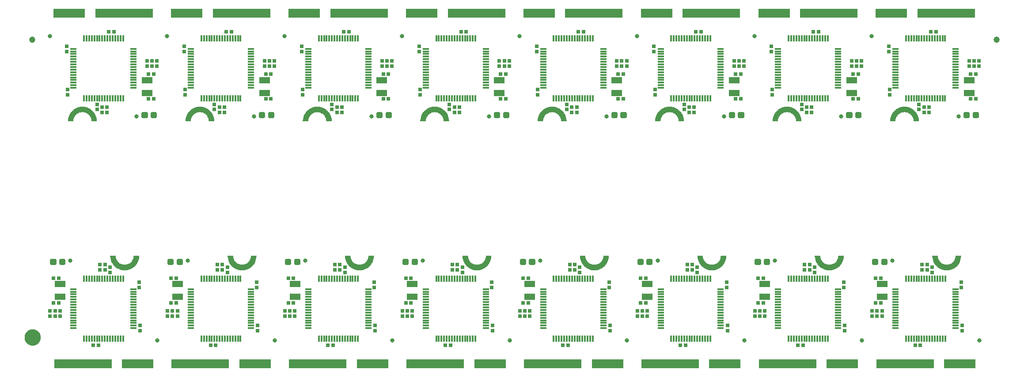
<source format=gts>
G04 EAGLE Gerber RS-274X export*
G75*
%MOMM*%
%FSLAX34Y34*%
%LPD*%
%INSoldermask Top*%
%IPPOS*%
%AMOC8*
5,1,8,0,0,1.08239X$1,22.5*%
G01*
%ADD10R,2.003200X1.203200*%
%ADD11R,0.803200X0.803200*%
%ADD12C,0.838200*%
%ADD13C,0.505344*%
%ADD14R,0.553200X1.653200*%
%ADD15C,0.555600*%
%ADD16R,1.203200X0.423200*%
%ADD17R,0.423200X1.203200*%
%ADD18C,1.203200*%
%ADD19C,1.270000*%
%ADD20C,1.703200*%

G36*
X52006Y478253D02*
X52006Y478253D01*
X52013Y478251D01*
X52073Y478272D01*
X52134Y478290D01*
X52138Y478295D01*
X52145Y478298D01*
X52184Y478348D01*
X52226Y478395D01*
X52227Y478402D01*
X52231Y478408D01*
X52248Y478480D01*
X52462Y481198D01*
X53094Y483831D01*
X54130Y486331D01*
X55544Y488639D01*
X57302Y490698D01*
X59360Y492456D01*
X61668Y493870D01*
X64169Y494906D01*
X66801Y495538D01*
X69499Y495750D01*
X72198Y495538D01*
X74830Y494906D01*
X77331Y493870D01*
X79639Y492456D01*
X81697Y490698D01*
X83455Y488639D01*
X84869Y486331D01*
X85905Y483831D01*
X86537Y481198D01*
X86751Y478480D01*
X86754Y478474D01*
X86752Y478467D01*
X86778Y478409D01*
X86801Y478350D01*
X86806Y478345D01*
X86809Y478339D01*
X86862Y478304D01*
X86913Y478266D01*
X86920Y478266D01*
X86926Y478262D01*
X86999Y478251D01*
X96999Y478251D01*
X97024Y478258D01*
X97050Y478256D01*
X97090Y478277D01*
X97134Y478290D01*
X97151Y478310D01*
X97174Y478322D01*
X97196Y478361D01*
X97226Y478395D01*
X97229Y478421D01*
X97242Y478444D01*
X97248Y478518D01*
X96968Y482431D01*
X96965Y482441D01*
X96963Y482467D01*
X96129Y486301D01*
X96124Y486309D01*
X96119Y486335D01*
X94748Y490011D01*
X94742Y490019D01*
X94733Y490043D01*
X92853Y493487D01*
X92846Y493494D01*
X92833Y493517D01*
X90482Y496658D01*
X90474Y496664D01*
X90459Y496685D01*
X87684Y499459D01*
X87676Y499464D01*
X87657Y499483D01*
X84516Y501834D01*
X84507Y501837D01*
X84486Y501853D01*
X81043Y503734D01*
X81033Y503736D01*
X81010Y503748D01*
X77334Y505120D01*
X77325Y505120D01*
X77300Y505130D01*
X73466Y505964D01*
X73456Y505963D01*
X73431Y505969D01*
X69517Y506249D01*
X69508Y506247D01*
X69482Y506249D01*
X65568Y505969D01*
X65559Y505965D01*
X65533Y505964D01*
X61699Y505130D01*
X61690Y505125D01*
X61665Y505120D01*
X57988Y503748D01*
X57981Y503743D01*
X57956Y503734D01*
X54512Y501853D01*
X54506Y501846D01*
X54482Y501834D01*
X51341Y499483D01*
X51336Y499475D01*
X51315Y499459D01*
X48540Y496685D01*
X48535Y496676D01*
X48517Y496658D01*
X46165Y493517D01*
X46162Y493508D01*
X46146Y493487D01*
X44266Y490043D01*
X44264Y490034D01*
X44251Y490011D01*
X42880Y486335D01*
X42879Y486325D01*
X42870Y486301D01*
X42036Y482467D01*
X42036Y482457D01*
X42031Y482431D01*
X41751Y478518D01*
X41756Y478492D01*
X41752Y478467D01*
X41771Y478425D01*
X41780Y478381D01*
X41799Y478363D01*
X41809Y478339D01*
X41847Y478314D01*
X41879Y478282D01*
X41904Y478276D01*
X41926Y478262D01*
X41999Y478251D01*
X51999Y478251D01*
X52006Y478253D01*
G37*
G36*
X952335Y478253D02*
X952335Y478253D01*
X952342Y478251D01*
X952401Y478272D01*
X952462Y478290D01*
X952467Y478295D01*
X952474Y478298D01*
X952512Y478348D01*
X952554Y478395D01*
X952555Y478402D01*
X952559Y478408D01*
X952576Y478480D01*
X952790Y481198D01*
X953422Y483831D01*
X954458Y486331D01*
X955872Y488639D01*
X957630Y490698D01*
X959689Y492456D01*
X961996Y493870D01*
X964497Y494906D01*
X967129Y495538D01*
X969828Y495750D01*
X972526Y495538D01*
X975158Y494906D01*
X977659Y493870D01*
X979967Y492456D01*
X982025Y490698D01*
X983783Y488639D01*
X985198Y486331D01*
X986234Y483831D01*
X986865Y481198D01*
X987079Y478480D01*
X987082Y478474D01*
X987081Y478467D01*
X987107Y478409D01*
X987129Y478350D01*
X987135Y478345D01*
X987138Y478339D01*
X987190Y478304D01*
X987241Y478266D01*
X987248Y478266D01*
X987254Y478262D01*
X987328Y478251D01*
X997328Y478251D01*
X997353Y478258D01*
X997379Y478256D01*
X997419Y478277D01*
X997462Y478290D01*
X997479Y478310D01*
X997502Y478322D01*
X997524Y478361D01*
X997554Y478395D01*
X997558Y478421D01*
X997571Y478444D01*
X997576Y478518D01*
X997297Y482431D01*
X997293Y482441D01*
X997291Y482467D01*
X996457Y486301D01*
X996453Y486309D01*
X996447Y486335D01*
X995076Y490011D01*
X995070Y490019D01*
X995061Y490043D01*
X993181Y493487D01*
X993174Y493494D01*
X993162Y493517D01*
X990810Y496658D01*
X990803Y496664D01*
X990787Y496685D01*
X988013Y499459D01*
X988004Y499464D01*
X987986Y499483D01*
X984845Y501834D01*
X984836Y501837D01*
X984815Y501853D01*
X981371Y503734D01*
X981362Y503736D01*
X981339Y503748D01*
X977663Y505120D01*
X977653Y505120D01*
X977628Y505130D01*
X973794Y505964D01*
X973785Y505963D01*
X973759Y505969D01*
X969846Y506249D01*
X969836Y506247D01*
X969810Y506249D01*
X965896Y505969D01*
X965887Y505965D01*
X965861Y505964D01*
X962027Y505130D01*
X962019Y505125D01*
X961993Y505120D01*
X958317Y503748D01*
X958309Y503743D01*
X958284Y503734D01*
X954841Y501853D01*
X954834Y501846D01*
X954811Y501834D01*
X951670Y499483D01*
X951664Y499475D01*
X951643Y499459D01*
X948868Y496685D01*
X948864Y496676D01*
X948845Y496658D01*
X946494Y493517D01*
X946490Y493508D01*
X946475Y493487D01*
X944594Y490043D01*
X944592Y490034D01*
X944579Y490011D01*
X943208Y486335D01*
X943208Y486325D01*
X943198Y486301D01*
X942364Y482467D01*
X942365Y482457D01*
X942359Y482431D01*
X942079Y478518D01*
X942085Y478492D01*
X942081Y478467D01*
X942099Y478425D01*
X942109Y478381D01*
X942127Y478363D01*
X942138Y478339D01*
X942175Y478314D01*
X942207Y478282D01*
X942233Y478276D01*
X942254Y478262D01*
X942328Y478251D01*
X952328Y478251D01*
X952335Y478253D01*
G37*
G36*
X1402499Y478253D02*
X1402499Y478253D01*
X1402506Y478251D01*
X1402565Y478272D01*
X1402626Y478290D01*
X1402631Y478295D01*
X1402638Y478298D01*
X1402677Y478348D01*
X1402718Y478395D01*
X1402719Y478402D01*
X1402724Y478408D01*
X1402740Y478480D01*
X1402954Y481198D01*
X1403586Y483831D01*
X1404622Y486331D01*
X1406036Y488639D01*
X1407794Y490698D01*
X1409853Y492456D01*
X1412161Y493870D01*
X1414661Y494906D01*
X1417294Y495538D01*
X1419992Y495750D01*
X1422690Y495538D01*
X1425323Y494906D01*
X1427823Y493870D01*
X1430131Y492456D01*
X1432190Y490698D01*
X1433948Y488639D01*
X1435362Y486331D01*
X1436398Y483831D01*
X1437030Y481198D01*
X1437244Y478480D01*
X1437246Y478474D01*
X1437245Y478467D01*
X1437271Y478409D01*
X1437293Y478350D01*
X1437299Y478345D01*
X1437302Y478339D01*
X1437355Y478304D01*
X1437405Y478266D01*
X1437413Y478266D01*
X1437419Y478262D01*
X1437492Y478251D01*
X1447492Y478251D01*
X1447517Y478258D01*
X1447543Y478256D01*
X1447583Y478277D01*
X1447626Y478290D01*
X1447643Y478310D01*
X1447666Y478322D01*
X1447688Y478361D01*
X1447718Y478395D01*
X1447722Y478421D01*
X1447735Y478444D01*
X1447741Y478518D01*
X1447461Y482431D01*
X1447457Y482441D01*
X1447456Y482467D01*
X1446622Y486301D01*
X1446617Y486309D01*
X1446612Y486335D01*
X1445240Y490011D01*
X1445235Y490019D01*
X1445226Y490043D01*
X1443345Y493487D01*
X1443338Y493494D01*
X1443326Y493517D01*
X1440975Y496658D01*
X1440967Y496664D01*
X1440951Y496685D01*
X1438177Y499459D01*
X1438168Y499464D01*
X1438150Y499483D01*
X1435009Y501834D01*
X1435000Y501837D01*
X1434979Y501853D01*
X1431535Y503734D01*
X1431526Y503736D01*
X1431503Y503748D01*
X1427827Y505120D01*
X1427817Y505120D01*
X1427793Y505130D01*
X1423959Y505964D01*
X1423949Y505963D01*
X1423923Y505969D01*
X1420010Y506249D01*
X1420000Y506247D01*
X1419974Y506249D01*
X1416061Y505969D01*
X1416051Y505965D01*
X1416025Y505964D01*
X1412191Y505130D01*
X1412183Y505125D01*
X1412157Y505120D01*
X1408481Y503748D01*
X1408473Y503743D01*
X1408449Y503734D01*
X1405005Y501853D01*
X1404998Y501846D01*
X1404975Y501834D01*
X1401834Y499483D01*
X1401828Y499475D01*
X1401807Y499459D01*
X1399033Y496685D01*
X1399028Y496676D01*
X1399009Y496658D01*
X1396658Y493517D01*
X1396655Y493508D01*
X1396639Y493487D01*
X1394758Y490043D01*
X1394756Y490034D01*
X1394744Y490011D01*
X1393372Y486335D01*
X1393372Y486325D01*
X1393362Y486301D01*
X1392528Y482467D01*
X1392529Y482457D01*
X1392523Y482431D01*
X1392243Y478518D01*
X1392249Y478492D01*
X1392245Y478467D01*
X1392263Y478425D01*
X1392273Y478381D01*
X1392291Y478363D01*
X1392302Y478339D01*
X1392340Y478314D01*
X1392371Y478282D01*
X1392397Y478276D01*
X1392419Y478262D01*
X1392492Y478251D01*
X1402492Y478251D01*
X1402499Y478253D01*
G37*
G36*
X502171Y478253D02*
X502171Y478253D01*
X502178Y478251D01*
X502237Y478272D01*
X502298Y478290D01*
X502303Y478295D01*
X502309Y478298D01*
X502348Y478348D01*
X502390Y478395D01*
X502391Y478402D01*
X502395Y478408D01*
X502412Y478480D01*
X502626Y481198D01*
X503258Y483831D01*
X504294Y486331D01*
X505708Y488639D01*
X507466Y490698D01*
X509524Y492456D01*
X511832Y493870D01*
X514333Y494906D01*
X516965Y495538D01*
X519664Y495750D01*
X522362Y495538D01*
X524994Y494906D01*
X527495Y493870D01*
X529803Y492456D01*
X531861Y490698D01*
X533619Y488639D01*
X535033Y486331D01*
X536069Y483831D01*
X536701Y481198D01*
X536915Y478480D01*
X536918Y478474D01*
X536917Y478467D01*
X536942Y478409D01*
X536965Y478350D01*
X536971Y478345D01*
X536973Y478339D01*
X537026Y478304D01*
X537077Y478266D01*
X537084Y478266D01*
X537090Y478262D01*
X537164Y478251D01*
X547164Y478251D01*
X547189Y478258D01*
X547215Y478256D01*
X547254Y478277D01*
X547298Y478290D01*
X547315Y478310D01*
X547338Y478322D01*
X547360Y478361D01*
X547390Y478395D01*
X547394Y478421D01*
X547406Y478444D01*
X547412Y478518D01*
X547132Y482431D01*
X547129Y482441D01*
X547127Y482467D01*
X546293Y486301D01*
X546289Y486309D01*
X546283Y486335D01*
X544912Y490011D01*
X544906Y490019D01*
X544897Y490043D01*
X543017Y493487D01*
X543010Y493494D01*
X542998Y493517D01*
X540646Y496658D01*
X540639Y496664D01*
X540623Y496685D01*
X537849Y499459D01*
X537840Y499464D01*
X537822Y499483D01*
X534681Y501834D01*
X534672Y501837D01*
X534651Y501853D01*
X531207Y503734D01*
X531198Y503736D01*
X531175Y503748D01*
X527498Y505120D01*
X527489Y505120D01*
X527464Y505130D01*
X523630Y505964D01*
X523621Y505963D01*
X523595Y505969D01*
X519681Y506249D01*
X519672Y506247D01*
X519646Y506249D01*
X515732Y505969D01*
X515723Y505965D01*
X515697Y505964D01*
X511863Y505130D01*
X511854Y505125D01*
X511829Y505120D01*
X508153Y503748D01*
X508145Y503743D01*
X508120Y503734D01*
X504677Y501853D01*
X504670Y501846D01*
X504647Y501834D01*
X501506Y499483D01*
X501500Y499475D01*
X501479Y499459D01*
X498704Y496685D01*
X498700Y496676D01*
X498681Y496658D01*
X496330Y493517D01*
X496326Y493508D01*
X496310Y493487D01*
X494430Y490043D01*
X494428Y490034D01*
X494415Y490011D01*
X493044Y486335D01*
X493043Y486325D01*
X493034Y486301D01*
X492200Y482467D01*
X492201Y482457D01*
X492195Y482431D01*
X491915Y478518D01*
X491920Y478492D01*
X491917Y478467D01*
X491935Y478425D01*
X491945Y478381D01*
X491963Y478363D01*
X491973Y478339D01*
X492011Y478314D01*
X492043Y478282D01*
X492068Y478276D01*
X492090Y478262D01*
X492164Y478251D01*
X502164Y478251D01*
X502171Y478253D01*
G37*
G36*
X277101Y478253D02*
X277101Y478253D01*
X277108Y478251D01*
X277167Y478272D01*
X277228Y478290D01*
X277233Y478295D01*
X277240Y478298D01*
X277279Y478348D01*
X277320Y478395D01*
X277321Y478402D01*
X277326Y478408D01*
X277343Y478480D01*
X277557Y481198D01*
X278189Y483831D01*
X279224Y486331D01*
X280639Y488639D01*
X282397Y490698D01*
X284455Y492456D01*
X286763Y493870D01*
X289264Y494906D01*
X291896Y495538D01*
X294594Y495750D01*
X297293Y495538D01*
X299925Y494906D01*
X302426Y493870D01*
X304734Y492456D01*
X306792Y490698D01*
X308550Y488639D01*
X309964Y486331D01*
X311000Y483831D01*
X311632Y481198D01*
X311846Y478480D01*
X311848Y478474D01*
X311847Y478467D01*
X311873Y478409D01*
X311895Y478350D01*
X311901Y478345D01*
X311904Y478339D01*
X311957Y478304D01*
X312007Y478266D01*
X312015Y478266D01*
X312021Y478262D01*
X312094Y478251D01*
X322094Y478251D01*
X322119Y478258D01*
X322145Y478256D01*
X322185Y478277D01*
X322228Y478290D01*
X322246Y478310D01*
X322268Y478322D01*
X322291Y478361D01*
X322320Y478395D01*
X322324Y478421D01*
X322337Y478444D01*
X322343Y478518D01*
X322063Y482431D01*
X322060Y482441D01*
X322058Y482467D01*
X321224Y486301D01*
X321219Y486309D01*
X321214Y486335D01*
X319843Y490011D01*
X319837Y490019D01*
X319828Y490043D01*
X317947Y493487D01*
X317941Y493494D01*
X317928Y493517D01*
X315577Y496658D01*
X315569Y496664D01*
X315554Y496685D01*
X312779Y499459D01*
X312771Y499464D01*
X312752Y499483D01*
X309611Y501834D01*
X309602Y501837D01*
X309581Y501853D01*
X306138Y503734D01*
X306128Y503736D01*
X306105Y503748D01*
X302429Y505120D01*
X302419Y505120D01*
X302395Y505130D01*
X298561Y505964D01*
X298551Y505963D01*
X298526Y505969D01*
X294612Y506249D01*
X294603Y506247D01*
X294576Y506249D01*
X290663Y505969D01*
X290654Y505965D01*
X290628Y505964D01*
X286794Y505130D01*
X286785Y505125D01*
X286759Y505120D01*
X283083Y503748D01*
X283075Y503743D01*
X283051Y503734D01*
X279607Y501853D01*
X279600Y501846D01*
X279577Y501834D01*
X276436Y499483D01*
X276430Y499475D01*
X276409Y499459D01*
X273635Y496685D01*
X273630Y496676D01*
X273612Y496658D01*
X271260Y493517D01*
X271257Y493508D01*
X271241Y493487D01*
X269361Y490043D01*
X269359Y490034D01*
X269346Y490011D01*
X267975Y486335D01*
X267974Y486325D01*
X267965Y486301D01*
X267131Y482467D01*
X267131Y482457D01*
X267125Y482431D01*
X266846Y478518D01*
X266851Y478492D01*
X266847Y478467D01*
X266866Y478425D01*
X266875Y478381D01*
X266893Y478363D01*
X266904Y478339D01*
X266942Y478314D01*
X266974Y478282D01*
X266999Y478276D01*
X267021Y478262D01*
X267094Y478251D01*
X277094Y478251D01*
X277101Y478253D01*
G37*
G36*
X1177430Y478253D02*
X1177430Y478253D01*
X1177437Y478251D01*
X1177496Y478272D01*
X1177557Y478290D01*
X1177562Y478295D01*
X1177568Y478298D01*
X1177607Y478348D01*
X1177649Y478395D01*
X1177650Y478402D01*
X1177654Y478408D01*
X1177671Y478480D01*
X1177885Y481198D01*
X1178517Y483831D01*
X1179553Y486331D01*
X1180967Y488639D01*
X1182725Y490698D01*
X1184783Y492456D01*
X1187091Y493870D01*
X1189592Y494906D01*
X1192224Y495538D01*
X1194923Y495750D01*
X1197621Y495538D01*
X1200253Y494906D01*
X1202754Y493870D01*
X1205062Y492456D01*
X1207120Y490698D01*
X1208878Y488639D01*
X1210292Y486331D01*
X1211328Y483831D01*
X1211960Y481198D01*
X1212174Y478480D01*
X1212177Y478474D01*
X1212176Y478467D01*
X1212201Y478409D01*
X1212224Y478350D01*
X1212230Y478345D01*
X1212232Y478339D01*
X1212285Y478304D01*
X1212336Y478266D01*
X1212343Y478266D01*
X1212349Y478262D01*
X1212423Y478251D01*
X1222423Y478251D01*
X1222448Y478258D01*
X1222474Y478256D01*
X1222513Y478277D01*
X1222557Y478290D01*
X1222574Y478310D01*
X1222597Y478322D01*
X1222619Y478361D01*
X1222649Y478395D01*
X1222653Y478421D01*
X1222665Y478444D01*
X1222671Y478518D01*
X1222391Y482431D01*
X1222388Y482441D01*
X1222386Y482467D01*
X1221552Y486301D01*
X1221548Y486309D01*
X1221542Y486335D01*
X1220171Y490011D01*
X1220165Y490019D01*
X1220156Y490043D01*
X1218276Y493487D01*
X1218269Y493494D01*
X1218257Y493517D01*
X1215905Y496658D01*
X1215898Y496664D01*
X1215882Y496685D01*
X1213108Y499459D01*
X1213099Y499464D01*
X1213081Y499483D01*
X1209940Y501834D01*
X1209931Y501837D01*
X1209910Y501853D01*
X1206466Y503734D01*
X1206457Y503736D01*
X1206434Y503748D01*
X1202757Y505120D01*
X1202748Y505120D01*
X1202723Y505130D01*
X1198889Y505964D01*
X1198880Y505963D01*
X1198854Y505969D01*
X1194940Y506249D01*
X1194931Y506247D01*
X1194905Y506249D01*
X1190991Y505969D01*
X1190982Y505965D01*
X1190956Y505964D01*
X1187122Y505130D01*
X1187113Y505125D01*
X1187088Y505120D01*
X1183412Y503748D01*
X1183404Y503743D01*
X1183379Y503734D01*
X1179936Y501853D01*
X1179929Y501846D01*
X1179906Y501834D01*
X1176765Y499483D01*
X1176759Y499475D01*
X1176738Y499459D01*
X1173963Y496685D01*
X1173959Y496676D01*
X1173940Y496658D01*
X1171589Y493517D01*
X1171585Y493508D01*
X1171569Y493487D01*
X1169689Y490043D01*
X1169687Y490034D01*
X1169674Y490011D01*
X1168303Y486335D01*
X1168302Y486325D01*
X1168293Y486301D01*
X1167459Y482467D01*
X1167460Y482457D01*
X1167454Y482431D01*
X1167174Y478518D01*
X1167179Y478492D01*
X1167176Y478467D01*
X1167194Y478425D01*
X1167204Y478381D01*
X1167222Y478363D01*
X1167232Y478339D01*
X1167270Y478314D01*
X1167302Y478282D01*
X1167327Y478276D01*
X1167349Y478262D01*
X1167423Y478251D01*
X1177423Y478251D01*
X1177430Y478253D01*
G37*
G36*
X727265Y478253D02*
X727265Y478253D01*
X727272Y478251D01*
X727332Y478272D01*
X727393Y478290D01*
X727397Y478295D01*
X727404Y478298D01*
X727443Y478348D01*
X727485Y478395D01*
X727486Y478402D01*
X727490Y478408D01*
X727507Y478480D01*
X727721Y481198D01*
X728353Y483831D01*
X729389Y486331D01*
X730803Y488639D01*
X732561Y490698D01*
X734619Y492456D01*
X736927Y493870D01*
X739428Y494906D01*
X742060Y495538D01*
X744758Y495750D01*
X747457Y495538D01*
X750089Y494906D01*
X752590Y493870D01*
X754898Y492456D01*
X756956Y490698D01*
X758714Y488639D01*
X760128Y486331D01*
X761164Y483831D01*
X761796Y481198D01*
X762010Y478480D01*
X762013Y478474D01*
X762011Y478467D01*
X762037Y478409D01*
X762060Y478350D01*
X762065Y478345D01*
X762068Y478339D01*
X762121Y478304D01*
X762172Y478266D01*
X762179Y478266D01*
X762185Y478262D01*
X762258Y478251D01*
X772258Y478251D01*
X772283Y478258D01*
X772309Y478256D01*
X772349Y478277D01*
X772393Y478290D01*
X772410Y478310D01*
X772433Y478322D01*
X772455Y478361D01*
X772485Y478395D01*
X772488Y478421D01*
X772501Y478444D01*
X772507Y478518D01*
X772227Y482431D01*
X772224Y482441D01*
X772222Y482467D01*
X771388Y486301D01*
X771383Y486309D01*
X771378Y486335D01*
X770007Y490011D01*
X770001Y490019D01*
X769992Y490043D01*
X768112Y493487D01*
X768105Y493494D01*
X768092Y493517D01*
X765741Y496658D01*
X765733Y496664D01*
X765718Y496685D01*
X762943Y499459D01*
X762935Y499464D01*
X762916Y499483D01*
X759775Y501834D01*
X759766Y501837D01*
X759745Y501853D01*
X756302Y503734D01*
X756292Y503736D01*
X756269Y503748D01*
X752593Y505120D01*
X752584Y505120D01*
X752559Y505130D01*
X748725Y505964D01*
X748715Y505963D01*
X748690Y505969D01*
X744776Y506249D01*
X744767Y506247D01*
X744741Y506249D01*
X740827Y505969D01*
X740818Y505965D01*
X740792Y505964D01*
X736958Y505130D01*
X736949Y505125D01*
X736924Y505120D01*
X733247Y503748D01*
X733240Y503743D01*
X733215Y503734D01*
X729771Y501853D01*
X729765Y501846D01*
X729741Y501834D01*
X726600Y499483D01*
X726595Y499475D01*
X726574Y499459D01*
X723799Y496685D01*
X723794Y496676D01*
X723776Y496658D01*
X721424Y493517D01*
X721421Y493508D01*
X721405Y493487D01*
X719525Y490043D01*
X719523Y490034D01*
X719510Y490011D01*
X718139Y486335D01*
X718138Y486325D01*
X718129Y486301D01*
X717295Y482467D01*
X717295Y482457D01*
X717290Y482431D01*
X717010Y478518D01*
X717015Y478492D01*
X717011Y478467D01*
X717030Y478425D01*
X717039Y478381D01*
X717058Y478363D01*
X717068Y478339D01*
X717106Y478314D01*
X717138Y478282D01*
X717163Y478276D01*
X717185Y478262D01*
X717258Y478251D01*
X727258Y478251D01*
X727265Y478253D01*
G37*
G36*
X1627568Y478253D02*
X1627568Y478253D01*
X1627575Y478251D01*
X1627635Y478272D01*
X1627696Y478290D01*
X1627700Y478295D01*
X1627707Y478298D01*
X1627746Y478348D01*
X1627788Y478395D01*
X1627789Y478402D01*
X1627793Y478408D01*
X1627810Y478480D01*
X1628024Y481198D01*
X1628656Y483831D01*
X1629692Y486331D01*
X1631106Y488639D01*
X1632864Y490698D01*
X1634922Y492456D01*
X1637230Y493870D01*
X1639731Y494906D01*
X1642363Y495538D01*
X1645061Y495750D01*
X1647760Y495538D01*
X1650392Y494906D01*
X1652893Y493870D01*
X1655201Y492456D01*
X1657259Y490698D01*
X1659017Y488639D01*
X1660431Y486331D01*
X1661467Y483831D01*
X1662099Y481198D01*
X1662313Y478480D01*
X1662316Y478474D01*
X1662314Y478467D01*
X1662340Y478409D01*
X1662363Y478350D01*
X1662368Y478345D01*
X1662371Y478339D01*
X1662424Y478304D01*
X1662475Y478266D01*
X1662482Y478266D01*
X1662488Y478262D01*
X1662561Y478251D01*
X1672561Y478251D01*
X1672586Y478258D01*
X1672612Y478256D01*
X1672652Y478277D01*
X1672696Y478290D01*
X1672713Y478310D01*
X1672736Y478322D01*
X1672758Y478361D01*
X1672788Y478395D01*
X1672791Y478421D01*
X1672804Y478444D01*
X1672810Y478518D01*
X1672530Y482431D01*
X1672527Y482441D01*
X1672525Y482467D01*
X1671691Y486301D01*
X1671686Y486309D01*
X1671681Y486335D01*
X1670310Y490011D01*
X1670304Y490019D01*
X1670295Y490043D01*
X1668415Y493487D01*
X1668408Y493494D01*
X1668395Y493517D01*
X1666044Y496658D01*
X1666036Y496664D01*
X1666021Y496685D01*
X1663246Y499459D01*
X1663238Y499464D01*
X1663219Y499483D01*
X1660078Y501834D01*
X1660069Y501837D01*
X1660048Y501853D01*
X1656605Y503734D01*
X1656595Y503736D01*
X1656572Y503748D01*
X1652896Y505120D01*
X1652887Y505120D01*
X1652862Y505130D01*
X1649028Y505964D01*
X1649018Y505963D01*
X1648993Y505969D01*
X1645079Y506249D01*
X1645070Y506247D01*
X1645044Y506249D01*
X1641130Y505969D01*
X1641121Y505965D01*
X1641095Y505964D01*
X1637261Y505130D01*
X1637252Y505125D01*
X1637227Y505120D01*
X1633550Y503748D01*
X1633543Y503743D01*
X1633518Y503734D01*
X1630074Y501853D01*
X1630068Y501846D01*
X1630044Y501834D01*
X1626903Y499483D01*
X1626898Y499475D01*
X1626877Y499459D01*
X1624102Y496685D01*
X1624097Y496676D01*
X1624079Y496658D01*
X1621727Y493517D01*
X1621724Y493508D01*
X1621708Y493487D01*
X1619828Y490043D01*
X1619826Y490034D01*
X1619813Y490011D01*
X1618442Y486335D01*
X1618441Y486325D01*
X1618432Y486301D01*
X1617598Y482467D01*
X1617598Y482457D01*
X1617593Y482431D01*
X1617313Y478518D01*
X1617318Y478492D01*
X1617314Y478467D01*
X1617333Y478425D01*
X1617342Y478381D01*
X1617361Y478363D01*
X1617371Y478339D01*
X1617409Y478314D01*
X1617441Y478282D01*
X1617466Y478276D01*
X1617488Y478262D01*
X1617561Y478251D01*
X1627561Y478251D01*
X1627568Y478253D01*
G37*
G36*
X1729983Y192531D02*
X1729983Y192531D01*
X1729993Y192535D01*
X1730019Y192536D01*
X1733853Y193370D01*
X1733861Y193375D01*
X1733887Y193380D01*
X1737563Y194752D01*
X1737571Y194757D01*
X1737595Y194766D01*
X1741039Y196647D01*
X1741046Y196654D01*
X1741069Y196666D01*
X1744210Y199017D01*
X1744216Y199025D01*
X1744237Y199041D01*
X1747011Y201815D01*
X1747016Y201824D01*
X1747035Y201842D01*
X1749386Y204983D01*
X1749389Y204992D01*
X1749405Y205013D01*
X1751286Y208457D01*
X1751288Y208466D01*
X1751300Y208489D01*
X1752672Y212165D01*
X1752672Y212175D01*
X1752682Y212199D01*
X1753516Y216033D01*
X1753515Y216043D01*
X1753521Y216069D01*
X1753801Y219982D01*
X1753795Y220008D01*
X1753799Y220033D01*
X1753781Y220075D01*
X1753771Y220119D01*
X1753753Y220137D01*
X1753742Y220161D01*
X1753704Y220186D01*
X1753673Y220218D01*
X1753647Y220224D01*
X1753626Y220238D01*
X1753552Y220249D01*
X1743552Y220249D01*
X1743545Y220247D01*
X1743538Y220249D01*
X1743479Y220228D01*
X1743418Y220210D01*
X1743413Y220205D01*
X1743406Y220202D01*
X1743368Y220152D01*
X1743326Y220105D01*
X1743325Y220098D01*
X1743320Y220092D01*
X1743304Y220020D01*
X1743090Y217302D01*
X1742458Y214669D01*
X1741422Y212169D01*
X1740008Y209861D01*
X1738250Y207802D01*
X1736191Y206044D01*
X1733883Y204630D01*
X1731383Y203594D01*
X1728750Y202962D01*
X1726052Y202750D01*
X1723354Y202962D01*
X1720721Y203594D01*
X1718221Y204630D01*
X1715913Y206044D01*
X1713854Y207802D01*
X1712096Y209861D01*
X1710682Y212169D01*
X1709646Y214669D01*
X1709014Y217302D01*
X1708800Y220020D01*
X1708798Y220026D01*
X1708799Y220033D01*
X1708773Y220091D01*
X1708751Y220150D01*
X1708745Y220155D01*
X1708742Y220161D01*
X1708689Y220196D01*
X1708639Y220234D01*
X1708632Y220234D01*
X1708626Y220238D01*
X1708552Y220249D01*
X1698552Y220249D01*
X1698527Y220242D01*
X1698501Y220244D01*
X1698461Y220223D01*
X1698418Y220210D01*
X1698401Y220190D01*
X1698378Y220178D01*
X1698356Y220139D01*
X1698326Y220105D01*
X1698322Y220079D01*
X1698309Y220056D01*
X1698303Y219982D01*
X1698583Y216069D01*
X1698587Y216059D01*
X1698588Y216033D01*
X1699422Y212199D01*
X1699427Y212191D01*
X1699432Y212165D01*
X1700804Y208489D01*
X1700809Y208481D01*
X1700818Y208457D01*
X1702699Y205013D01*
X1702706Y205006D01*
X1702718Y204983D01*
X1705069Y201842D01*
X1705077Y201836D01*
X1705093Y201815D01*
X1707867Y199041D01*
X1707876Y199036D01*
X1707894Y199017D01*
X1711035Y196666D01*
X1711044Y196663D01*
X1711065Y196647D01*
X1714509Y194766D01*
X1714518Y194764D01*
X1714541Y194752D01*
X1718217Y193380D01*
X1718227Y193380D01*
X1718251Y193370D01*
X1722085Y192536D01*
X1722095Y192537D01*
X1722121Y192531D01*
X1726034Y192251D01*
X1726044Y192253D01*
X1726070Y192251D01*
X1729983Y192531D01*
G37*
G36*
X1054750Y192531D02*
X1054750Y192531D01*
X1054759Y192535D01*
X1054785Y192536D01*
X1058619Y193370D01*
X1058628Y193375D01*
X1058653Y193380D01*
X1062329Y194752D01*
X1062337Y194757D01*
X1062362Y194766D01*
X1065805Y196647D01*
X1065812Y196654D01*
X1065835Y196666D01*
X1068976Y199017D01*
X1068982Y199025D01*
X1069003Y199041D01*
X1071778Y201815D01*
X1071782Y201824D01*
X1071801Y201842D01*
X1074152Y204983D01*
X1074156Y204992D01*
X1074172Y205013D01*
X1076052Y208457D01*
X1076054Y208466D01*
X1076067Y208489D01*
X1077438Y212165D01*
X1077439Y212175D01*
X1077448Y212199D01*
X1078282Y216033D01*
X1078281Y216043D01*
X1078287Y216069D01*
X1078567Y219982D01*
X1078562Y220008D01*
X1078565Y220033D01*
X1078547Y220075D01*
X1078538Y220119D01*
X1078519Y220137D01*
X1078509Y220161D01*
X1078471Y220186D01*
X1078439Y220218D01*
X1078414Y220224D01*
X1078392Y220238D01*
X1078318Y220249D01*
X1068318Y220249D01*
X1068311Y220247D01*
X1068304Y220249D01*
X1068245Y220228D01*
X1068184Y220210D01*
X1068179Y220205D01*
X1068173Y220202D01*
X1068134Y220152D01*
X1068092Y220105D01*
X1068091Y220098D01*
X1068087Y220092D01*
X1068070Y220020D01*
X1067856Y217302D01*
X1067224Y214669D01*
X1066188Y212169D01*
X1064774Y209861D01*
X1063016Y207802D01*
X1060958Y206044D01*
X1058650Y204630D01*
X1056149Y203594D01*
X1053517Y202962D01*
X1050818Y202750D01*
X1048120Y202962D01*
X1045488Y203594D01*
X1042987Y204630D01*
X1040679Y206044D01*
X1038621Y207802D01*
X1036863Y209861D01*
X1035449Y212169D01*
X1034413Y214669D01*
X1033781Y217302D01*
X1033567Y220020D01*
X1033564Y220026D01*
X1033565Y220033D01*
X1033540Y220091D01*
X1033517Y220150D01*
X1033512Y220155D01*
X1033509Y220161D01*
X1033456Y220196D01*
X1033405Y220234D01*
X1033398Y220234D01*
X1033392Y220238D01*
X1033318Y220249D01*
X1023318Y220249D01*
X1023293Y220242D01*
X1023267Y220244D01*
X1023228Y220223D01*
X1023184Y220210D01*
X1023167Y220190D01*
X1023144Y220178D01*
X1023122Y220139D01*
X1023092Y220105D01*
X1023088Y220079D01*
X1023076Y220056D01*
X1023070Y219982D01*
X1023350Y216069D01*
X1023353Y216059D01*
X1023355Y216033D01*
X1024189Y212199D01*
X1024193Y212191D01*
X1024199Y212165D01*
X1025570Y208489D01*
X1025576Y208481D01*
X1025585Y208457D01*
X1027465Y205013D01*
X1027472Y205006D01*
X1027484Y204983D01*
X1029836Y201842D01*
X1029844Y201836D01*
X1029859Y201815D01*
X1032634Y199041D01*
X1032642Y199036D01*
X1032660Y199017D01*
X1035801Y196666D01*
X1035811Y196663D01*
X1035831Y196647D01*
X1039275Y194766D01*
X1039284Y194764D01*
X1039307Y194752D01*
X1042984Y193380D01*
X1042993Y193380D01*
X1043018Y193370D01*
X1046852Y192536D01*
X1046861Y192537D01*
X1046887Y192531D01*
X1050801Y192251D01*
X1050810Y192253D01*
X1050836Y192251D01*
X1054750Y192531D01*
G37*
G36*
X829655Y192531D02*
X829655Y192531D01*
X829664Y192535D01*
X829690Y192536D01*
X833524Y193370D01*
X833533Y193375D01*
X833558Y193380D01*
X837235Y194752D01*
X837242Y194757D01*
X837267Y194766D01*
X840711Y196647D01*
X840717Y196654D01*
X840741Y196666D01*
X843882Y199017D01*
X843887Y199025D01*
X843909Y199041D01*
X846683Y201815D01*
X846688Y201824D01*
X846706Y201842D01*
X849058Y204983D01*
X849061Y204992D01*
X849077Y205013D01*
X850957Y208457D01*
X850959Y208466D01*
X850972Y208489D01*
X852343Y212165D01*
X852344Y212175D01*
X852353Y212199D01*
X853187Y216033D01*
X853187Y216043D01*
X853192Y216069D01*
X853472Y219982D01*
X853467Y220008D01*
X853471Y220033D01*
X853452Y220075D01*
X853443Y220119D01*
X853424Y220137D01*
X853414Y220161D01*
X853376Y220186D01*
X853344Y220218D01*
X853319Y220224D01*
X853297Y220238D01*
X853224Y220249D01*
X843224Y220249D01*
X843217Y220247D01*
X843210Y220249D01*
X843150Y220228D01*
X843089Y220210D01*
X843085Y220205D01*
X843078Y220202D01*
X843039Y220152D01*
X842997Y220105D01*
X842996Y220098D01*
X842992Y220092D01*
X842975Y220020D01*
X842761Y217302D01*
X842129Y214669D01*
X841093Y212169D01*
X839679Y209861D01*
X837921Y207802D01*
X835863Y206044D01*
X833555Y204630D01*
X831054Y203594D01*
X828422Y202962D01*
X825724Y202750D01*
X823025Y202962D01*
X820393Y203594D01*
X817892Y204630D01*
X815584Y206044D01*
X813526Y207802D01*
X811768Y209861D01*
X810354Y212169D01*
X809318Y214669D01*
X808686Y217302D01*
X808472Y220020D01*
X808470Y220026D01*
X808471Y220033D01*
X808445Y220091D01*
X808422Y220150D01*
X808417Y220155D01*
X808414Y220161D01*
X808361Y220196D01*
X808310Y220234D01*
X808303Y220234D01*
X808297Y220238D01*
X808224Y220249D01*
X798224Y220249D01*
X798199Y220242D01*
X798173Y220244D01*
X798133Y220223D01*
X798089Y220210D01*
X798072Y220190D01*
X798049Y220178D01*
X798027Y220139D01*
X797997Y220105D01*
X797994Y220079D01*
X797981Y220056D01*
X797975Y219982D01*
X798255Y216069D01*
X798258Y216059D01*
X798260Y216033D01*
X799094Y212199D01*
X799099Y212191D01*
X799104Y212165D01*
X800475Y208489D01*
X800481Y208481D01*
X800490Y208457D01*
X802370Y205013D01*
X802377Y205006D01*
X802390Y204983D01*
X804741Y201842D01*
X804749Y201836D01*
X804764Y201815D01*
X807539Y199041D01*
X807547Y199036D01*
X807566Y199017D01*
X810707Y196666D01*
X810716Y196663D01*
X810737Y196647D01*
X814180Y194766D01*
X814190Y194764D01*
X814213Y194752D01*
X817889Y193380D01*
X817899Y193380D01*
X817923Y193370D01*
X821757Y192536D01*
X821767Y192537D01*
X821792Y192531D01*
X825706Y192251D01*
X825715Y192253D01*
X825741Y192251D01*
X829655Y192531D01*
G37*
G36*
X1279819Y192531D02*
X1279819Y192531D01*
X1279828Y192535D01*
X1279854Y192536D01*
X1283688Y193370D01*
X1283697Y193375D01*
X1283723Y193380D01*
X1287399Y194752D01*
X1287407Y194757D01*
X1287431Y194766D01*
X1290875Y196647D01*
X1290882Y196654D01*
X1290905Y196666D01*
X1294046Y199017D01*
X1294052Y199025D01*
X1294073Y199041D01*
X1296847Y201815D01*
X1296852Y201824D01*
X1296870Y201842D01*
X1299222Y204983D01*
X1299225Y204992D01*
X1299241Y205013D01*
X1301121Y208457D01*
X1301124Y208466D01*
X1301136Y208489D01*
X1302507Y212165D01*
X1302508Y212175D01*
X1302517Y212199D01*
X1303351Y216033D01*
X1303351Y216043D01*
X1303357Y216069D01*
X1303636Y219982D01*
X1303631Y220008D01*
X1303635Y220033D01*
X1303616Y220075D01*
X1303607Y220119D01*
X1303589Y220137D01*
X1303578Y220161D01*
X1303540Y220186D01*
X1303508Y220218D01*
X1303483Y220224D01*
X1303461Y220238D01*
X1303388Y220249D01*
X1293388Y220249D01*
X1293381Y220247D01*
X1293374Y220249D01*
X1293315Y220228D01*
X1293254Y220210D01*
X1293249Y220205D01*
X1293242Y220202D01*
X1293203Y220152D01*
X1293162Y220105D01*
X1293161Y220098D01*
X1293156Y220092D01*
X1293139Y220020D01*
X1292925Y217302D01*
X1292294Y214669D01*
X1291258Y212169D01*
X1289843Y209861D01*
X1288085Y207802D01*
X1286027Y206044D01*
X1283719Y204630D01*
X1281218Y203594D01*
X1278586Y202962D01*
X1275888Y202750D01*
X1273189Y202962D01*
X1270557Y203594D01*
X1268056Y204630D01*
X1265749Y206044D01*
X1263690Y207802D01*
X1261932Y209861D01*
X1260518Y212169D01*
X1259482Y214669D01*
X1258850Y217302D01*
X1258636Y220020D01*
X1258634Y220026D01*
X1258635Y220033D01*
X1258609Y220091D01*
X1258587Y220150D01*
X1258581Y220155D01*
X1258578Y220161D01*
X1258525Y220196D01*
X1258475Y220234D01*
X1258467Y220234D01*
X1258461Y220238D01*
X1258388Y220249D01*
X1248388Y220249D01*
X1248363Y220242D01*
X1248337Y220244D01*
X1248297Y220223D01*
X1248254Y220210D01*
X1248236Y220190D01*
X1248214Y220178D01*
X1248191Y220139D01*
X1248162Y220105D01*
X1248158Y220079D01*
X1248145Y220056D01*
X1248139Y219982D01*
X1248419Y216069D01*
X1248422Y216059D01*
X1248424Y216033D01*
X1249258Y212199D01*
X1249263Y212191D01*
X1249268Y212165D01*
X1250639Y208489D01*
X1250645Y208481D01*
X1250654Y208457D01*
X1252535Y205013D01*
X1252541Y205006D01*
X1252554Y204983D01*
X1254905Y201842D01*
X1254913Y201836D01*
X1254928Y201815D01*
X1257703Y199041D01*
X1257711Y199036D01*
X1257730Y199017D01*
X1260871Y196666D01*
X1260880Y196663D01*
X1260901Y196647D01*
X1264344Y194766D01*
X1264354Y194764D01*
X1264377Y194752D01*
X1268053Y193380D01*
X1268063Y193380D01*
X1268087Y193370D01*
X1271921Y192536D01*
X1271931Y192537D01*
X1271956Y192531D01*
X1275870Y192251D01*
X1275880Y192253D01*
X1275906Y192251D01*
X1279819Y192531D01*
G37*
G36*
X1504914Y192531D02*
X1504914Y192531D01*
X1504923Y192535D01*
X1504949Y192536D01*
X1508783Y193370D01*
X1508792Y193375D01*
X1508817Y193380D01*
X1512494Y194752D01*
X1512501Y194757D01*
X1512526Y194766D01*
X1515970Y196647D01*
X1515976Y196654D01*
X1516000Y196666D01*
X1519141Y199017D01*
X1519146Y199025D01*
X1519168Y199041D01*
X1521942Y201815D01*
X1521947Y201824D01*
X1521965Y201842D01*
X1524317Y204983D01*
X1524320Y204992D01*
X1524336Y205013D01*
X1526216Y208457D01*
X1526218Y208466D01*
X1526231Y208489D01*
X1527602Y212165D01*
X1527603Y212175D01*
X1527612Y212199D01*
X1528446Y216033D01*
X1528446Y216043D01*
X1528451Y216069D01*
X1528731Y219982D01*
X1528726Y220008D01*
X1528730Y220033D01*
X1528711Y220075D01*
X1528702Y220119D01*
X1528683Y220137D01*
X1528673Y220161D01*
X1528635Y220186D01*
X1528603Y220218D01*
X1528578Y220224D01*
X1528556Y220238D01*
X1528483Y220249D01*
X1518483Y220249D01*
X1518476Y220247D01*
X1518469Y220249D01*
X1518409Y220228D01*
X1518348Y220210D01*
X1518344Y220205D01*
X1518337Y220202D01*
X1518298Y220152D01*
X1518256Y220105D01*
X1518255Y220098D01*
X1518251Y220092D01*
X1518234Y220020D01*
X1518020Y217302D01*
X1517388Y214669D01*
X1516352Y212169D01*
X1514938Y209861D01*
X1513180Y207802D01*
X1511122Y206044D01*
X1508814Y204630D01*
X1506313Y203594D01*
X1503681Y202962D01*
X1500983Y202750D01*
X1498284Y202962D01*
X1495652Y203594D01*
X1493151Y204630D01*
X1490843Y206044D01*
X1488785Y207802D01*
X1487027Y209861D01*
X1485613Y212169D01*
X1484577Y214669D01*
X1483945Y217302D01*
X1483731Y220020D01*
X1483729Y220026D01*
X1483730Y220033D01*
X1483704Y220091D01*
X1483681Y220150D01*
X1483676Y220155D01*
X1483673Y220161D01*
X1483620Y220196D01*
X1483569Y220234D01*
X1483562Y220234D01*
X1483556Y220238D01*
X1483483Y220249D01*
X1473483Y220249D01*
X1473458Y220242D01*
X1473432Y220244D01*
X1473392Y220223D01*
X1473348Y220210D01*
X1473331Y220190D01*
X1473308Y220178D01*
X1473286Y220139D01*
X1473256Y220105D01*
X1473253Y220079D01*
X1473240Y220056D01*
X1473234Y219982D01*
X1473514Y216069D01*
X1473517Y216059D01*
X1473519Y216033D01*
X1474353Y212199D01*
X1474358Y212191D01*
X1474363Y212165D01*
X1475734Y208489D01*
X1475740Y208481D01*
X1475749Y208457D01*
X1477629Y205013D01*
X1477636Y205006D01*
X1477649Y204983D01*
X1480000Y201842D01*
X1480008Y201836D01*
X1480023Y201815D01*
X1482798Y199041D01*
X1482806Y199036D01*
X1482825Y199017D01*
X1485966Y196666D01*
X1485975Y196663D01*
X1485996Y196647D01*
X1489439Y194766D01*
X1489449Y194764D01*
X1489472Y194752D01*
X1493148Y193380D01*
X1493158Y193380D01*
X1493182Y193370D01*
X1497016Y192536D01*
X1497026Y192537D01*
X1497051Y192531D01*
X1500965Y192251D01*
X1500974Y192253D01*
X1501000Y192251D01*
X1504914Y192531D01*
G37*
G36*
X604586Y192531D02*
X604586Y192531D01*
X604595Y192535D01*
X604621Y192536D01*
X608455Y193370D01*
X608463Y193375D01*
X608489Y193380D01*
X612165Y194752D01*
X612173Y194757D01*
X612198Y194766D01*
X615641Y196647D01*
X615648Y196654D01*
X615671Y196666D01*
X618812Y199017D01*
X618818Y199025D01*
X618839Y199041D01*
X621614Y201815D01*
X621618Y201824D01*
X621637Y201842D01*
X623988Y204983D01*
X623992Y204992D01*
X624007Y205013D01*
X625888Y208457D01*
X625890Y208466D01*
X625903Y208489D01*
X627274Y212165D01*
X627274Y212175D01*
X627284Y212199D01*
X628118Y216033D01*
X628117Y216043D01*
X628123Y216069D01*
X628403Y219982D01*
X628397Y220008D01*
X628401Y220033D01*
X628383Y220075D01*
X628373Y220119D01*
X628355Y220137D01*
X628344Y220161D01*
X628307Y220186D01*
X628275Y220218D01*
X628249Y220224D01*
X628228Y220238D01*
X628154Y220249D01*
X618154Y220249D01*
X618147Y220247D01*
X618140Y220249D01*
X618081Y220228D01*
X618020Y220210D01*
X618015Y220205D01*
X618008Y220202D01*
X617970Y220152D01*
X617928Y220105D01*
X617927Y220098D01*
X617923Y220092D01*
X617906Y220020D01*
X617692Y217302D01*
X617060Y214669D01*
X616024Y212169D01*
X614610Y209861D01*
X612852Y207802D01*
X610794Y206044D01*
X608486Y204630D01*
X605985Y203594D01*
X603353Y202962D01*
X600654Y202750D01*
X597956Y202962D01*
X595324Y203594D01*
X592823Y204630D01*
X590515Y206044D01*
X588457Y207802D01*
X586699Y209861D01*
X585284Y212169D01*
X584249Y214669D01*
X583617Y217302D01*
X583403Y220020D01*
X583400Y220026D01*
X583401Y220033D01*
X583375Y220091D01*
X583353Y220150D01*
X583347Y220155D01*
X583344Y220161D01*
X583292Y220196D01*
X583241Y220234D01*
X583234Y220234D01*
X583228Y220238D01*
X583154Y220249D01*
X573154Y220249D01*
X573129Y220242D01*
X573103Y220244D01*
X573063Y220223D01*
X573020Y220210D01*
X573003Y220190D01*
X572980Y220178D01*
X572958Y220139D01*
X572928Y220105D01*
X572924Y220079D01*
X572911Y220056D01*
X572906Y219982D01*
X573185Y216069D01*
X573189Y216059D01*
X573191Y216033D01*
X574025Y212199D01*
X574029Y212191D01*
X574035Y212165D01*
X575406Y208489D01*
X575412Y208481D01*
X575421Y208457D01*
X577301Y205013D01*
X577308Y205006D01*
X577320Y204983D01*
X579672Y201842D01*
X579679Y201836D01*
X579695Y201815D01*
X582469Y199041D01*
X582478Y199036D01*
X582496Y199017D01*
X585637Y196666D01*
X585646Y196663D01*
X585667Y196647D01*
X589111Y194766D01*
X589120Y194764D01*
X589143Y194752D01*
X592819Y193380D01*
X592829Y193380D01*
X592854Y193370D01*
X596688Y192536D01*
X596697Y192537D01*
X596723Y192531D01*
X600636Y192251D01*
X600646Y192253D01*
X600672Y192251D01*
X604586Y192531D01*
G37*
G36*
X379491Y192531D02*
X379491Y192531D01*
X379500Y192535D01*
X379526Y192536D01*
X383360Y193370D01*
X383369Y193375D01*
X383394Y193380D01*
X387070Y194752D01*
X387078Y194757D01*
X387103Y194766D01*
X390546Y196647D01*
X390553Y196654D01*
X390576Y196666D01*
X393717Y199017D01*
X393723Y199025D01*
X393744Y199041D01*
X396519Y201815D01*
X396523Y201824D01*
X396542Y201842D01*
X398893Y204983D01*
X398897Y204992D01*
X398913Y205013D01*
X400793Y208457D01*
X400795Y208466D01*
X400808Y208489D01*
X402179Y212165D01*
X402180Y212175D01*
X402189Y212199D01*
X403023Y216033D01*
X403022Y216043D01*
X403028Y216069D01*
X403308Y219982D01*
X403303Y220008D01*
X403306Y220033D01*
X403288Y220075D01*
X403279Y220119D01*
X403260Y220137D01*
X403250Y220161D01*
X403212Y220186D01*
X403180Y220218D01*
X403155Y220224D01*
X403133Y220238D01*
X403059Y220249D01*
X393059Y220249D01*
X393052Y220247D01*
X393045Y220249D01*
X392986Y220228D01*
X392925Y220210D01*
X392920Y220205D01*
X392914Y220202D01*
X392875Y220152D01*
X392833Y220105D01*
X392832Y220098D01*
X392828Y220092D01*
X392811Y220020D01*
X392597Y217302D01*
X391965Y214669D01*
X390929Y212169D01*
X389515Y209861D01*
X387757Y207802D01*
X385699Y206044D01*
X383391Y204630D01*
X380890Y203594D01*
X378258Y202962D01*
X375559Y202750D01*
X372861Y202962D01*
X370229Y203594D01*
X367728Y204630D01*
X365420Y206044D01*
X363362Y207802D01*
X361604Y209861D01*
X360190Y212169D01*
X359154Y214669D01*
X358522Y217302D01*
X358308Y220020D01*
X358305Y220026D01*
X358306Y220033D01*
X358281Y220091D01*
X358258Y220150D01*
X358253Y220155D01*
X358250Y220161D01*
X358197Y220196D01*
X358146Y220234D01*
X358139Y220234D01*
X358133Y220238D01*
X358059Y220249D01*
X348059Y220249D01*
X348034Y220242D01*
X348008Y220244D01*
X347969Y220223D01*
X347925Y220210D01*
X347908Y220190D01*
X347885Y220178D01*
X347863Y220139D01*
X347833Y220105D01*
X347829Y220079D01*
X347817Y220056D01*
X347811Y219982D01*
X348091Y216069D01*
X348094Y216059D01*
X348096Y216033D01*
X348930Y212199D01*
X348934Y212191D01*
X348940Y212165D01*
X350311Y208489D01*
X350317Y208481D01*
X350326Y208457D01*
X352206Y205013D01*
X352213Y205006D01*
X352225Y204983D01*
X354577Y201842D01*
X354585Y201836D01*
X354600Y201815D01*
X357375Y199041D01*
X357383Y199036D01*
X357401Y199017D01*
X360542Y196666D01*
X360552Y196663D01*
X360572Y196647D01*
X364016Y194766D01*
X364025Y194764D01*
X364048Y194752D01*
X367725Y193380D01*
X367734Y193380D01*
X367759Y193370D01*
X371593Y192536D01*
X371602Y192537D01*
X371628Y192531D01*
X375542Y192251D01*
X375551Y192253D01*
X375577Y192251D01*
X379491Y192531D01*
G37*
G36*
X154421Y192531D02*
X154421Y192531D01*
X154431Y192535D01*
X154457Y192536D01*
X158291Y193370D01*
X158299Y193375D01*
X158325Y193380D01*
X162001Y194752D01*
X162009Y194757D01*
X162033Y194766D01*
X165477Y196647D01*
X165484Y196654D01*
X165507Y196666D01*
X168648Y199017D01*
X168654Y199025D01*
X168675Y199041D01*
X171449Y201815D01*
X171454Y201824D01*
X171473Y201842D01*
X173824Y204983D01*
X173827Y204992D01*
X173843Y205013D01*
X175724Y208457D01*
X175726Y208466D01*
X175738Y208489D01*
X177110Y212165D01*
X177110Y212175D01*
X177120Y212199D01*
X177954Y216033D01*
X177953Y216043D01*
X177959Y216069D01*
X178239Y219982D01*
X178233Y220008D01*
X178237Y220033D01*
X178219Y220075D01*
X178209Y220119D01*
X178191Y220137D01*
X178180Y220161D01*
X178142Y220186D01*
X178111Y220218D01*
X178085Y220224D01*
X178064Y220238D01*
X177990Y220249D01*
X167990Y220249D01*
X167983Y220247D01*
X167976Y220249D01*
X167917Y220228D01*
X167856Y220210D01*
X167851Y220205D01*
X167844Y220202D01*
X167806Y220152D01*
X167764Y220105D01*
X167763Y220098D01*
X167758Y220092D01*
X167742Y220020D01*
X167528Y217302D01*
X166896Y214669D01*
X165860Y212169D01*
X164446Y209861D01*
X162688Y207802D01*
X160629Y206044D01*
X158321Y204630D01*
X155821Y203594D01*
X153188Y202962D01*
X150490Y202750D01*
X147792Y202962D01*
X145159Y203594D01*
X142659Y204630D01*
X140351Y206044D01*
X138292Y207802D01*
X136534Y209861D01*
X135120Y212169D01*
X134084Y214669D01*
X133452Y217302D01*
X133238Y220020D01*
X133236Y220026D01*
X133237Y220033D01*
X133211Y220091D01*
X133189Y220150D01*
X133183Y220155D01*
X133180Y220161D01*
X133127Y220196D01*
X133077Y220234D01*
X133070Y220234D01*
X133064Y220238D01*
X132990Y220249D01*
X122990Y220249D01*
X122965Y220242D01*
X122939Y220244D01*
X122899Y220223D01*
X122856Y220210D01*
X122839Y220190D01*
X122816Y220178D01*
X122794Y220139D01*
X122764Y220105D01*
X122760Y220079D01*
X122747Y220056D01*
X122741Y219982D01*
X123021Y216069D01*
X123025Y216059D01*
X123026Y216033D01*
X123860Y212199D01*
X123865Y212191D01*
X123870Y212165D01*
X125242Y208489D01*
X125247Y208481D01*
X125256Y208457D01*
X127137Y205013D01*
X127144Y205006D01*
X127156Y204983D01*
X129507Y201842D01*
X129515Y201836D01*
X129531Y201815D01*
X132305Y199041D01*
X132314Y199036D01*
X132332Y199017D01*
X135473Y196666D01*
X135482Y196663D01*
X135503Y196647D01*
X138947Y194766D01*
X138956Y194764D01*
X138979Y194752D01*
X142655Y193380D01*
X142665Y193380D01*
X142689Y193370D01*
X146523Y192536D01*
X146533Y192537D01*
X146559Y192531D01*
X150472Y192251D01*
X150482Y192253D01*
X150508Y192251D01*
X154421Y192531D01*
G37*
D10*
X26670Y166170D03*
X26670Y141170D03*
D11*
X24050Y177070D03*
X14050Y177070D03*
X24050Y129770D03*
X14050Y129770D03*
D12*
X46482Y210820D03*
X213106Y57150D03*
D13*
X17072Y204790D02*
X17072Y211770D01*
X17072Y204790D02*
X10092Y204790D01*
X10092Y211770D01*
X17072Y211770D01*
X17072Y209590D02*
X10092Y209590D01*
X34612Y211770D02*
X34612Y204790D01*
X27632Y204790D01*
X27632Y211770D01*
X34612Y211770D01*
X34612Y209590D02*
X27632Y209590D01*
D14*
X202990Y12750D03*
X197990Y12750D03*
X192990Y12750D03*
X187990Y12750D03*
X182990Y12750D03*
X177990Y12750D03*
X172990Y12750D03*
X167990Y12750D03*
X162990Y12750D03*
X157990Y12750D03*
X152990Y12750D03*
X147990Y12750D03*
X122990Y12750D03*
X117990Y12750D03*
X112990Y12750D03*
X107990Y12750D03*
X102990Y12750D03*
X97990Y12750D03*
X92990Y12750D03*
X87990Y12750D03*
X82990Y12750D03*
X77990Y12750D03*
X72990Y12750D03*
X67990Y12750D03*
X62990Y12750D03*
X57990Y12750D03*
X52990Y12750D03*
X47990Y12750D03*
X42990Y12750D03*
X37990Y12750D03*
X32990Y12750D03*
X27990Y12750D03*
X22990Y12750D03*
X17990Y12750D03*
D15*
X129490Y210000D03*
X171490Y210000D03*
X150490Y197000D03*
D11*
X90060Y48260D03*
X100060Y48260D03*
X26580Y114500D03*
X26580Y104500D03*
X178562Y159338D03*
X178562Y169338D03*
X103302Y193360D03*
X103302Y203360D03*
X180360Y86020D03*
X180360Y76020D03*
X7668Y104394D03*
X7668Y114394D03*
X17068Y114500D03*
X17068Y104500D03*
X112836Y193352D03*
X112836Y203352D03*
X122468Y187690D03*
X122468Y197690D03*
D16*
X52500Y121000D03*
X52500Y116000D03*
X52500Y131000D03*
X52500Y141000D03*
X52500Y151000D03*
X52500Y126000D03*
X52500Y136000D03*
X52500Y146000D03*
X52500Y156000D03*
X52500Y106000D03*
X52500Y96000D03*
X52500Y86000D03*
X52500Y81000D03*
X52500Y91000D03*
X52500Y101000D03*
X52500Y111000D03*
D17*
X107500Y61000D03*
X112500Y61000D03*
X97500Y61000D03*
X87500Y61000D03*
X77500Y61000D03*
X102500Y61000D03*
X92500Y61000D03*
X82500Y61000D03*
X72500Y61000D03*
X122500Y61000D03*
X132500Y61000D03*
X142500Y61000D03*
X147500Y61000D03*
X137500Y61000D03*
X127500Y61000D03*
X117500Y61000D03*
D16*
X167500Y116000D03*
X167500Y121000D03*
X167500Y106000D03*
X167500Y96000D03*
X167500Y86000D03*
X167500Y111000D03*
X167500Y101000D03*
X167500Y91000D03*
X167500Y81000D03*
X167500Y131000D03*
X167500Y141000D03*
X167500Y151000D03*
X167500Y156000D03*
X167500Y146000D03*
X167500Y136000D03*
X167500Y126000D03*
D17*
X112500Y176000D03*
X107500Y176000D03*
X122500Y176000D03*
X132500Y176000D03*
X142500Y176000D03*
X117500Y176000D03*
X127500Y176000D03*
X137500Y176000D03*
X147500Y176000D03*
X97500Y176000D03*
X87500Y176000D03*
X77500Y176000D03*
X72500Y176000D03*
X82500Y176000D03*
X92500Y176000D03*
X102500Y176000D03*
D10*
X251739Y166170D03*
X251739Y141170D03*
D11*
X249119Y177070D03*
X239119Y177070D03*
X249119Y129770D03*
X239119Y129770D03*
D12*
X271551Y210820D03*
X438175Y57150D03*
D13*
X242141Y204790D02*
X242141Y211770D01*
X242141Y204790D02*
X235161Y204790D01*
X235161Y211770D01*
X242141Y211770D01*
X242141Y209590D02*
X235161Y209590D01*
X259681Y211770D02*
X259681Y204790D01*
X252701Y204790D01*
X252701Y211770D01*
X259681Y211770D01*
X259681Y209590D02*
X252701Y209590D01*
D14*
X428059Y12750D03*
X423059Y12750D03*
X418059Y12750D03*
X413059Y12750D03*
X408059Y12750D03*
X403059Y12750D03*
X398059Y12750D03*
X393059Y12750D03*
X388059Y12750D03*
X383059Y12750D03*
X378059Y12750D03*
X373059Y12750D03*
X348059Y12750D03*
X343059Y12750D03*
X338059Y12750D03*
X333059Y12750D03*
X328059Y12750D03*
X323059Y12750D03*
X318059Y12750D03*
X313059Y12750D03*
X308059Y12750D03*
X303059Y12750D03*
X298059Y12750D03*
X293059Y12750D03*
X288059Y12750D03*
X283059Y12750D03*
X278059Y12750D03*
X273059Y12750D03*
X268059Y12750D03*
X263059Y12750D03*
X258059Y12750D03*
X253059Y12750D03*
X248059Y12750D03*
X243059Y12750D03*
D15*
X354559Y210000D03*
X396559Y210000D03*
X375559Y197000D03*
D11*
X315129Y48260D03*
X325129Y48260D03*
X251649Y114500D03*
X251649Y104500D03*
X403631Y159338D03*
X403631Y169338D03*
X328371Y193360D03*
X328371Y203360D03*
X405429Y86020D03*
X405429Y76020D03*
X232737Y104394D03*
X232737Y114394D03*
X242137Y114500D03*
X242137Y104500D03*
X337905Y193352D03*
X337905Y203352D03*
X347537Y187690D03*
X347537Y197690D03*
D16*
X277569Y121000D03*
X277569Y116000D03*
X277569Y131000D03*
X277569Y141000D03*
X277569Y151000D03*
X277569Y126000D03*
X277569Y136000D03*
X277569Y146000D03*
X277569Y156000D03*
X277569Y106000D03*
X277569Y96000D03*
X277569Y86000D03*
X277569Y81000D03*
X277569Y91000D03*
X277569Y101000D03*
X277569Y111000D03*
D17*
X332569Y61000D03*
X337569Y61000D03*
X322569Y61000D03*
X312569Y61000D03*
X302569Y61000D03*
X327569Y61000D03*
X317569Y61000D03*
X307569Y61000D03*
X297569Y61000D03*
X347569Y61000D03*
X357569Y61000D03*
X367569Y61000D03*
X372569Y61000D03*
X362569Y61000D03*
X352569Y61000D03*
X342569Y61000D03*
D16*
X392569Y116000D03*
X392569Y121000D03*
X392569Y106000D03*
X392569Y96000D03*
X392569Y86000D03*
X392569Y111000D03*
X392569Y101000D03*
X392569Y91000D03*
X392569Y81000D03*
X392569Y131000D03*
X392569Y141000D03*
X392569Y151000D03*
X392569Y156000D03*
X392569Y146000D03*
X392569Y136000D03*
X392569Y126000D03*
D17*
X337569Y176000D03*
X332569Y176000D03*
X347569Y176000D03*
X357569Y176000D03*
X367569Y176000D03*
X342569Y176000D03*
X352569Y176000D03*
X362569Y176000D03*
X372569Y176000D03*
X322569Y176000D03*
X312569Y176000D03*
X302569Y176000D03*
X297569Y176000D03*
X307569Y176000D03*
X317569Y176000D03*
X327569Y176000D03*
D10*
X476834Y166170D03*
X476834Y141170D03*
D11*
X474214Y177070D03*
X464214Y177070D03*
X474214Y129770D03*
X464214Y129770D03*
D12*
X496646Y210820D03*
X663270Y57150D03*
D13*
X467236Y204790D02*
X467236Y211770D01*
X467236Y204790D02*
X460256Y204790D01*
X460256Y211770D01*
X467236Y211770D01*
X467236Y209590D02*
X460256Y209590D01*
X484776Y211770D02*
X484776Y204790D01*
X477796Y204790D01*
X477796Y211770D01*
X484776Y211770D01*
X484776Y209590D02*
X477796Y209590D01*
D14*
X653154Y12750D03*
X648154Y12750D03*
X643154Y12750D03*
X638154Y12750D03*
X633154Y12750D03*
X628154Y12750D03*
X623154Y12750D03*
X618154Y12750D03*
X613154Y12750D03*
X608154Y12750D03*
X603154Y12750D03*
X598154Y12750D03*
X573154Y12750D03*
X568154Y12750D03*
X563154Y12750D03*
X558154Y12750D03*
X553154Y12750D03*
X548154Y12750D03*
X543154Y12750D03*
X538154Y12750D03*
X533154Y12750D03*
X528154Y12750D03*
X523154Y12750D03*
X518154Y12750D03*
X513154Y12750D03*
X508154Y12750D03*
X503154Y12750D03*
X498154Y12750D03*
X493154Y12750D03*
X488154Y12750D03*
X483154Y12750D03*
X478154Y12750D03*
X473154Y12750D03*
X468154Y12750D03*
D15*
X579654Y210000D03*
X621654Y210000D03*
X600654Y197000D03*
D11*
X540224Y48260D03*
X550224Y48260D03*
X476744Y114500D03*
X476744Y104500D03*
X628726Y159338D03*
X628726Y169338D03*
X553466Y193360D03*
X553466Y203360D03*
X630524Y86020D03*
X630524Y76020D03*
X457832Y104394D03*
X457832Y114394D03*
X467232Y114500D03*
X467232Y104500D03*
X563000Y193352D03*
X563000Y203352D03*
X572632Y187690D03*
X572632Y197690D03*
D16*
X502664Y121000D03*
X502664Y116000D03*
X502664Y131000D03*
X502664Y141000D03*
X502664Y151000D03*
X502664Y126000D03*
X502664Y136000D03*
X502664Y146000D03*
X502664Y156000D03*
X502664Y106000D03*
X502664Y96000D03*
X502664Y86000D03*
X502664Y81000D03*
X502664Y91000D03*
X502664Y101000D03*
X502664Y111000D03*
D17*
X557664Y61000D03*
X562664Y61000D03*
X547664Y61000D03*
X537664Y61000D03*
X527664Y61000D03*
X552664Y61000D03*
X542664Y61000D03*
X532664Y61000D03*
X522664Y61000D03*
X572664Y61000D03*
X582664Y61000D03*
X592664Y61000D03*
X597664Y61000D03*
X587664Y61000D03*
X577664Y61000D03*
X567664Y61000D03*
D16*
X617664Y116000D03*
X617664Y121000D03*
X617664Y106000D03*
X617664Y96000D03*
X617664Y86000D03*
X617664Y111000D03*
X617664Y101000D03*
X617664Y91000D03*
X617664Y81000D03*
X617664Y131000D03*
X617664Y141000D03*
X617664Y151000D03*
X617664Y156000D03*
X617664Y146000D03*
X617664Y136000D03*
X617664Y126000D03*
D17*
X562664Y176000D03*
X557664Y176000D03*
X572664Y176000D03*
X582664Y176000D03*
X592664Y176000D03*
X567664Y176000D03*
X577664Y176000D03*
X587664Y176000D03*
X597664Y176000D03*
X547664Y176000D03*
X537664Y176000D03*
X527664Y176000D03*
X522664Y176000D03*
X532664Y176000D03*
X542664Y176000D03*
X552664Y176000D03*
D10*
X701904Y166170D03*
X701904Y141170D03*
D11*
X699284Y177070D03*
X689284Y177070D03*
X699284Y129770D03*
X689284Y129770D03*
D12*
X721716Y210820D03*
X888340Y57150D03*
D13*
X692306Y204790D02*
X692306Y211770D01*
X692306Y204790D02*
X685326Y204790D01*
X685326Y211770D01*
X692306Y211770D01*
X692306Y209590D02*
X685326Y209590D01*
X709846Y211770D02*
X709846Y204790D01*
X702866Y204790D01*
X702866Y211770D01*
X709846Y211770D01*
X709846Y209590D02*
X702866Y209590D01*
D14*
X878224Y12750D03*
X873224Y12750D03*
X868224Y12750D03*
X863224Y12750D03*
X858224Y12750D03*
X853224Y12750D03*
X848224Y12750D03*
X843224Y12750D03*
X838224Y12750D03*
X833224Y12750D03*
X828224Y12750D03*
X823224Y12750D03*
X798224Y12750D03*
X793224Y12750D03*
X788224Y12750D03*
X783224Y12750D03*
X778224Y12750D03*
X773224Y12750D03*
X768224Y12750D03*
X763224Y12750D03*
X758224Y12750D03*
X753224Y12750D03*
X748224Y12750D03*
X743224Y12750D03*
X738224Y12750D03*
X733224Y12750D03*
X728224Y12750D03*
X723224Y12750D03*
X718224Y12750D03*
X713224Y12750D03*
X708224Y12750D03*
X703224Y12750D03*
X698224Y12750D03*
X693224Y12750D03*
D15*
X804724Y210000D03*
X846724Y210000D03*
X825724Y197000D03*
D11*
X765294Y48260D03*
X775294Y48260D03*
X701814Y114500D03*
X701814Y104500D03*
X853796Y159338D03*
X853796Y169338D03*
X778536Y193360D03*
X778536Y203360D03*
X855594Y86020D03*
X855594Y76020D03*
X682902Y104394D03*
X682902Y114394D03*
X692302Y114500D03*
X692302Y104500D03*
X788070Y193352D03*
X788070Y203352D03*
X797702Y187690D03*
X797702Y197690D03*
D16*
X727734Y121000D03*
X727734Y116000D03*
X727734Y131000D03*
X727734Y141000D03*
X727734Y151000D03*
X727734Y126000D03*
X727734Y136000D03*
X727734Y146000D03*
X727734Y156000D03*
X727734Y106000D03*
X727734Y96000D03*
X727734Y86000D03*
X727734Y81000D03*
X727734Y91000D03*
X727734Y101000D03*
X727734Y111000D03*
D17*
X782734Y61000D03*
X787734Y61000D03*
X772734Y61000D03*
X762734Y61000D03*
X752734Y61000D03*
X777734Y61000D03*
X767734Y61000D03*
X757734Y61000D03*
X747734Y61000D03*
X797734Y61000D03*
X807734Y61000D03*
X817734Y61000D03*
X822734Y61000D03*
X812734Y61000D03*
X802734Y61000D03*
X792734Y61000D03*
D16*
X842734Y116000D03*
X842734Y121000D03*
X842734Y106000D03*
X842734Y96000D03*
X842734Y86000D03*
X842734Y111000D03*
X842734Y101000D03*
X842734Y91000D03*
X842734Y81000D03*
X842734Y131000D03*
X842734Y141000D03*
X842734Y151000D03*
X842734Y156000D03*
X842734Y146000D03*
X842734Y136000D03*
X842734Y126000D03*
D17*
X787734Y176000D03*
X782734Y176000D03*
X797734Y176000D03*
X807734Y176000D03*
X817734Y176000D03*
X792734Y176000D03*
X802734Y176000D03*
X812734Y176000D03*
X822734Y176000D03*
X772734Y176000D03*
X762734Y176000D03*
X752734Y176000D03*
X747734Y176000D03*
X757734Y176000D03*
X767734Y176000D03*
X777734Y176000D03*
D10*
X926998Y166170D03*
X926998Y141170D03*
D11*
X924378Y177070D03*
X914378Y177070D03*
X924378Y129770D03*
X914378Y129770D03*
D12*
X946810Y210820D03*
X1113434Y57150D03*
D13*
X917400Y204790D02*
X917400Y211770D01*
X917400Y204790D02*
X910420Y204790D01*
X910420Y211770D01*
X917400Y211770D01*
X917400Y209590D02*
X910420Y209590D01*
X934940Y211770D02*
X934940Y204790D01*
X927960Y204790D01*
X927960Y211770D01*
X934940Y211770D01*
X934940Y209590D02*
X927960Y209590D01*
D14*
X1103318Y12750D03*
X1098318Y12750D03*
X1093318Y12750D03*
X1088318Y12750D03*
X1083318Y12750D03*
X1078318Y12750D03*
X1073318Y12750D03*
X1068318Y12750D03*
X1063318Y12750D03*
X1058318Y12750D03*
X1053318Y12750D03*
X1048318Y12750D03*
X1023318Y12750D03*
X1018318Y12750D03*
X1013318Y12750D03*
X1008318Y12750D03*
X1003318Y12750D03*
X998318Y12750D03*
X993318Y12750D03*
X988318Y12750D03*
X983318Y12750D03*
X978318Y12750D03*
X973318Y12750D03*
X968318Y12750D03*
X963318Y12750D03*
X958318Y12750D03*
X953318Y12750D03*
X948318Y12750D03*
X943318Y12750D03*
X938318Y12750D03*
X933318Y12750D03*
X928318Y12750D03*
X923318Y12750D03*
X918318Y12750D03*
D15*
X1029818Y210000D03*
X1071818Y210000D03*
X1050818Y197000D03*
D11*
X990388Y48260D03*
X1000388Y48260D03*
X926908Y114500D03*
X926908Y104500D03*
X1078890Y159338D03*
X1078890Y169338D03*
X1003630Y193360D03*
X1003630Y203360D03*
X1080688Y86020D03*
X1080688Y76020D03*
X907996Y104394D03*
X907996Y114394D03*
X917396Y114500D03*
X917396Y104500D03*
X1013164Y193352D03*
X1013164Y203352D03*
X1022796Y187690D03*
X1022796Y197690D03*
D16*
X952828Y121000D03*
X952828Y116000D03*
X952828Y131000D03*
X952828Y141000D03*
X952828Y151000D03*
X952828Y126000D03*
X952828Y136000D03*
X952828Y146000D03*
X952828Y156000D03*
X952828Y106000D03*
X952828Y96000D03*
X952828Y86000D03*
X952828Y81000D03*
X952828Y91000D03*
X952828Y101000D03*
X952828Y111000D03*
D17*
X1007828Y61000D03*
X1012828Y61000D03*
X997828Y61000D03*
X987828Y61000D03*
X977828Y61000D03*
X1002828Y61000D03*
X992828Y61000D03*
X982828Y61000D03*
X972828Y61000D03*
X1022828Y61000D03*
X1032828Y61000D03*
X1042828Y61000D03*
X1047828Y61000D03*
X1037828Y61000D03*
X1027828Y61000D03*
X1017828Y61000D03*
D16*
X1067828Y116000D03*
X1067828Y121000D03*
X1067828Y106000D03*
X1067828Y96000D03*
X1067828Y86000D03*
X1067828Y111000D03*
X1067828Y101000D03*
X1067828Y91000D03*
X1067828Y81000D03*
X1067828Y131000D03*
X1067828Y141000D03*
X1067828Y151000D03*
X1067828Y156000D03*
X1067828Y146000D03*
X1067828Y136000D03*
X1067828Y126000D03*
D17*
X1012828Y176000D03*
X1007828Y176000D03*
X1022828Y176000D03*
X1032828Y176000D03*
X1042828Y176000D03*
X1017828Y176000D03*
X1027828Y176000D03*
X1037828Y176000D03*
X1047828Y176000D03*
X997828Y176000D03*
X987828Y176000D03*
X977828Y176000D03*
X972828Y176000D03*
X982828Y176000D03*
X992828Y176000D03*
X1002828Y176000D03*
D10*
X1152068Y166170D03*
X1152068Y141170D03*
D11*
X1149448Y177070D03*
X1139448Y177070D03*
X1149448Y129770D03*
X1139448Y129770D03*
D12*
X1171880Y210820D03*
X1338504Y57150D03*
D13*
X1142470Y204790D02*
X1142470Y211770D01*
X1142470Y204790D02*
X1135490Y204790D01*
X1135490Y211770D01*
X1142470Y211770D01*
X1142470Y209590D02*
X1135490Y209590D01*
X1160010Y211770D02*
X1160010Y204790D01*
X1153030Y204790D01*
X1153030Y211770D01*
X1160010Y211770D01*
X1160010Y209590D02*
X1153030Y209590D01*
D14*
X1328388Y12750D03*
X1323388Y12750D03*
X1318388Y12750D03*
X1313388Y12750D03*
X1308388Y12750D03*
X1303388Y12750D03*
X1298388Y12750D03*
X1293388Y12750D03*
X1288388Y12750D03*
X1283388Y12750D03*
X1278388Y12750D03*
X1273388Y12750D03*
X1248388Y12750D03*
X1243388Y12750D03*
X1238388Y12750D03*
X1233388Y12750D03*
X1228388Y12750D03*
X1223388Y12750D03*
X1218388Y12750D03*
X1213388Y12750D03*
X1208388Y12750D03*
X1203388Y12750D03*
X1198388Y12750D03*
X1193388Y12750D03*
X1188388Y12750D03*
X1183388Y12750D03*
X1178388Y12750D03*
X1173388Y12750D03*
X1168388Y12750D03*
X1163388Y12750D03*
X1158388Y12750D03*
X1153388Y12750D03*
X1148388Y12750D03*
X1143388Y12750D03*
D15*
X1254888Y210000D03*
X1296888Y210000D03*
X1275888Y197000D03*
D11*
X1215458Y48260D03*
X1225458Y48260D03*
X1151978Y114500D03*
X1151978Y104500D03*
X1303960Y159338D03*
X1303960Y169338D03*
X1228700Y193360D03*
X1228700Y203360D03*
X1305758Y86020D03*
X1305758Y76020D03*
X1133066Y104394D03*
X1133066Y114394D03*
X1142466Y114500D03*
X1142466Y104500D03*
X1238234Y193352D03*
X1238234Y203352D03*
X1247866Y187690D03*
X1247866Y197690D03*
D16*
X1177898Y121000D03*
X1177898Y116000D03*
X1177898Y131000D03*
X1177898Y141000D03*
X1177898Y151000D03*
X1177898Y126000D03*
X1177898Y136000D03*
X1177898Y146000D03*
X1177898Y156000D03*
X1177898Y106000D03*
X1177898Y96000D03*
X1177898Y86000D03*
X1177898Y81000D03*
X1177898Y91000D03*
X1177898Y101000D03*
X1177898Y111000D03*
D17*
X1232898Y61000D03*
X1237898Y61000D03*
X1222898Y61000D03*
X1212898Y61000D03*
X1202898Y61000D03*
X1227898Y61000D03*
X1217898Y61000D03*
X1207898Y61000D03*
X1197898Y61000D03*
X1247898Y61000D03*
X1257898Y61000D03*
X1267898Y61000D03*
X1272898Y61000D03*
X1262898Y61000D03*
X1252898Y61000D03*
X1242898Y61000D03*
D16*
X1292898Y116000D03*
X1292898Y121000D03*
X1292898Y106000D03*
X1292898Y96000D03*
X1292898Y86000D03*
X1292898Y111000D03*
X1292898Y101000D03*
X1292898Y91000D03*
X1292898Y81000D03*
X1292898Y131000D03*
X1292898Y141000D03*
X1292898Y151000D03*
X1292898Y156000D03*
X1292898Y146000D03*
X1292898Y136000D03*
X1292898Y126000D03*
D17*
X1237898Y176000D03*
X1232898Y176000D03*
X1247898Y176000D03*
X1257898Y176000D03*
X1267898Y176000D03*
X1242898Y176000D03*
X1252898Y176000D03*
X1262898Y176000D03*
X1272898Y176000D03*
X1222898Y176000D03*
X1212898Y176000D03*
X1202898Y176000D03*
X1197898Y176000D03*
X1207898Y176000D03*
X1217898Y176000D03*
X1227898Y176000D03*
D10*
X1377163Y166170D03*
X1377163Y141170D03*
D11*
X1374543Y177070D03*
X1364543Y177070D03*
X1374543Y129770D03*
X1364543Y129770D03*
D12*
X1396975Y210820D03*
X1563599Y57150D03*
D13*
X1367565Y204790D02*
X1367565Y211770D01*
X1367565Y204790D02*
X1360585Y204790D01*
X1360585Y211770D01*
X1367565Y211770D01*
X1367565Y209590D02*
X1360585Y209590D01*
X1385105Y211770D02*
X1385105Y204790D01*
X1378125Y204790D01*
X1378125Y211770D01*
X1385105Y211770D01*
X1385105Y209590D02*
X1378125Y209590D01*
D14*
X1553483Y12750D03*
X1548483Y12750D03*
X1543483Y12750D03*
X1538483Y12750D03*
X1533483Y12750D03*
X1528483Y12750D03*
X1523483Y12750D03*
X1518483Y12750D03*
X1513483Y12750D03*
X1508483Y12750D03*
X1503483Y12750D03*
X1498483Y12750D03*
X1473483Y12750D03*
X1468483Y12750D03*
X1463483Y12750D03*
X1458483Y12750D03*
X1453483Y12750D03*
X1448483Y12750D03*
X1443483Y12750D03*
X1438483Y12750D03*
X1433483Y12750D03*
X1428483Y12750D03*
X1423483Y12750D03*
X1418483Y12750D03*
X1413483Y12750D03*
X1408483Y12750D03*
X1403483Y12750D03*
X1398483Y12750D03*
X1393483Y12750D03*
X1388483Y12750D03*
X1383483Y12750D03*
X1378483Y12750D03*
X1373483Y12750D03*
X1368483Y12750D03*
D15*
X1479983Y210000D03*
X1521983Y210000D03*
X1500983Y197000D03*
D11*
X1440553Y48260D03*
X1450553Y48260D03*
X1377073Y114500D03*
X1377073Y104500D03*
X1529055Y159338D03*
X1529055Y169338D03*
X1453795Y193360D03*
X1453795Y203360D03*
X1530853Y86020D03*
X1530853Y76020D03*
X1358161Y104394D03*
X1358161Y114394D03*
X1367561Y114500D03*
X1367561Y104500D03*
X1463329Y193352D03*
X1463329Y203352D03*
X1472961Y187690D03*
X1472961Y197690D03*
D16*
X1402993Y121000D03*
X1402993Y116000D03*
X1402993Y131000D03*
X1402993Y141000D03*
X1402993Y151000D03*
X1402993Y126000D03*
X1402993Y136000D03*
X1402993Y146000D03*
X1402993Y156000D03*
X1402993Y106000D03*
X1402993Y96000D03*
X1402993Y86000D03*
X1402993Y81000D03*
X1402993Y91000D03*
X1402993Y101000D03*
X1402993Y111000D03*
D17*
X1457993Y61000D03*
X1462993Y61000D03*
X1447993Y61000D03*
X1437993Y61000D03*
X1427993Y61000D03*
X1452993Y61000D03*
X1442993Y61000D03*
X1432993Y61000D03*
X1422993Y61000D03*
X1472993Y61000D03*
X1482993Y61000D03*
X1492993Y61000D03*
X1497993Y61000D03*
X1487993Y61000D03*
X1477993Y61000D03*
X1467993Y61000D03*
D16*
X1517993Y116000D03*
X1517993Y121000D03*
X1517993Y106000D03*
X1517993Y96000D03*
X1517993Y86000D03*
X1517993Y111000D03*
X1517993Y101000D03*
X1517993Y91000D03*
X1517993Y81000D03*
X1517993Y131000D03*
X1517993Y141000D03*
X1517993Y151000D03*
X1517993Y156000D03*
X1517993Y146000D03*
X1517993Y136000D03*
X1517993Y126000D03*
D17*
X1462993Y176000D03*
X1457993Y176000D03*
X1472993Y176000D03*
X1482993Y176000D03*
X1492993Y176000D03*
X1467993Y176000D03*
X1477993Y176000D03*
X1487993Y176000D03*
X1497993Y176000D03*
X1447993Y176000D03*
X1437993Y176000D03*
X1427993Y176000D03*
X1422993Y176000D03*
X1432993Y176000D03*
X1442993Y176000D03*
X1452993Y176000D03*
D10*
X1602232Y166170D03*
X1602232Y141170D03*
D11*
X1599612Y177070D03*
X1589612Y177070D03*
X1599612Y129770D03*
X1589612Y129770D03*
D12*
X1622044Y210820D03*
X1788668Y57150D03*
D13*
X1592634Y204790D02*
X1592634Y211770D01*
X1592634Y204790D02*
X1585654Y204790D01*
X1585654Y211770D01*
X1592634Y211770D01*
X1592634Y209590D02*
X1585654Y209590D01*
X1610174Y211770D02*
X1610174Y204790D01*
X1603194Y204790D01*
X1603194Y211770D01*
X1610174Y211770D01*
X1610174Y209590D02*
X1603194Y209590D01*
D14*
X1778552Y12750D03*
X1773552Y12750D03*
X1768552Y12750D03*
X1763552Y12750D03*
X1758552Y12750D03*
X1753552Y12750D03*
X1748552Y12750D03*
X1743552Y12750D03*
X1738552Y12750D03*
X1733552Y12750D03*
X1728552Y12750D03*
X1723552Y12750D03*
X1698552Y12750D03*
X1693552Y12750D03*
X1688552Y12750D03*
X1683552Y12750D03*
X1678552Y12750D03*
X1673552Y12750D03*
X1668552Y12750D03*
X1663552Y12750D03*
X1658552Y12750D03*
X1653552Y12750D03*
X1648552Y12750D03*
X1643552Y12750D03*
X1638552Y12750D03*
X1633552Y12750D03*
X1628552Y12750D03*
X1623552Y12750D03*
X1618552Y12750D03*
X1613552Y12750D03*
X1608552Y12750D03*
X1603552Y12750D03*
X1598552Y12750D03*
X1593552Y12750D03*
D15*
X1705052Y210000D03*
X1747052Y210000D03*
X1726052Y197000D03*
D11*
X1665622Y48260D03*
X1675622Y48260D03*
X1602142Y114500D03*
X1602142Y104500D03*
X1754124Y159338D03*
X1754124Y169338D03*
X1678864Y193360D03*
X1678864Y203360D03*
X1755922Y86020D03*
X1755922Y76020D03*
X1583230Y104394D03*
X1583230Y114394D03*
X1592630Y114500D03*
X1592630Y104500D03*
X1688398Y193352D03*
X1688398Y203352D03*
X1698030Y187690D03*
X1698030Y197690D03*
D16*
X1628062Y121000D03*
X1628062Y116000D03*
X1628062Y131000D03*
X1628062Y141000D03*
X1628062Y151000D03*
X1628062Y126000D03*
X1628062Y136000D03*
X1628062Y146000D03*
X1628062Y156000D03*
X1628062Y106000D03*
X1628062Y96000D03*
X1628062Y86000D03*
X1628062Y81000D03*
X1628062Y91000D03*
X1628062Y101000D03*
X1628062Y111000D03*
D17*
X1683062Y61000D03*
X1688062Y61000D03*
X1673062Y61000D03*
X1663062Y61000D03*
X1653062Y61000D03*
X1678062Y61000D03*
X1668062Y61000D03*
X1658062Y61000D03*
X1648062Y61000D03*
X1698062Y61000D03*
X1708062Y61000D03*
X1718062Y61000D03*
X1723062Y61000D03*
X1713062Y61000D03*
X1703062Y61000D03*
X1693062Y61000D03*
D16*
X1743062Y116000D03*
X1743062Y121000D03*
X1743062Y106000D03*
X1743062Y96000D03*
X1743062Y86000D03*
X1743062Y111000D03*
X1743062Y101000D03*
X1743062Y91000D03*
X1743062Y81000D03*
X1743062Y131000D03*
X1743062Y141000D03*
X1743062Y151000D03*
X1743062Y156000D03*
X1743062Y146000D03*
X1743062Y136000D03*
X1743062Y126000D03*
D17*
X1688062Y176000D03*
X1683062Y176000D03*
X1698062Y176000D03*
X1708062Y176000D03*
X1718062Y176000D03*
X1693062Y176000D03*
X1703062Y176000D03*
X1713062Y176000D03*
X1723062Y176000D03*
X1673062Y176000D03*
X1663062Y176000D03*
X1653062Y176000D03*
X1648062Y176000D03*
X1658062Y176000D03*
X1668062Y176000D03*
X1678062Y176000D03*
D10*
X193319Y532330D03*
X193319Y557330D03*
D11*
X195939Y521430D03*
X205939Y521430D03*
X195939Y568730D03*
X205939Y568730D03*
D12*
X173507Y487680D03*
X6883Y641350D03*
D13*
X202917Y493710D02*
X202917Y486730D01*
X202917Y493710D02*
X209897Y493710D01*
X209897Y486730D01*
X202917Y486730D01*
X202917Y491530D02*
X209897Y491530D01*
X185377Y493710D02*
X185377Y486730D01*
X185377Y493710D02*
X192357Y493710D01*
X192357Y486730D01*
X185377Y486730D01*
X185377Y491530D02*
X192357Y491530D01*
D14*
X16999Y685750D03*
X21999Y685750D03*
X26999Y685750D03*
X31999Y685750D03*
X36999Y685750D03*
X41999Y685750D03*
X46999Y685750D03*
X51999Y685750D03*
X56999Y685750D03*
X61999Y685750D03*
X66999Y685750D03*
X71999Y685750D03*
X96999Y685750D03*
X101999Y685750D03*
X106999Y685750D03*
X111999Y685750D03*
X116999Y685750D03*
X121999Y685750D03*
X126999Y685750D03*
X131999Y685750D03*
X136999Y685750D03*
X141999Y685750D03*
X146999Y685750D03*
X151999Y685750D03*
X156999Y685750D03*
X161999Y685750D03*
X166999Y685750D03*
X171999Y685750D03*
X176999Y685750D03*
X181999Y685750D03*
X186999Y685750D03*
X191999Y685750D03*
X196999Y685750D03*
X201999Y685750D03*
D15*
X90499Y488500D03*
X48499Y488500D03*
X69499Y501500D03*
D11*
X129929Y650240D03*
X119929Y650240D03*
X193409Y584000D03*
X193409Y594000D03*
X41427Y539162D03*
X41427Y529162D03*
X116687Y505140D03*
X116687Y495140D03*
X39629Y612480D03*
X39629Y622480D03*
X212321Y594106D03*
X212321Y584106D03*
X202921Y584000D03*
X202921Y594000D03*
X107153Y505148D03*
X107153Y495148D03*
X97521Y510810D03*
X97521Y500810D03*
D16*
X167489Y577500D03*
X167489Y582500D03*
X167489Y567500D03*
X167489Y557500D03*
X167489Y547500D03*
X167489Y572500D03*
X167489Y562500D03*
X167489Y552500D03*
X167489Y542500D03*
X167489Y592500D03*
X167489Y602500D03*
X167489Y612500D03*
X167489Y617500D03*
X167489Y607500D03*
X167489Y597500D03*
X167489Y587500D03*
D17*
X112489Y637500D03*
X107489Y637500D03*
X122489Y637500D03*
X132489Y637500D03*
X142489Y637500D03*
X117489Y637500D03*
X127489Y637500D03*
X137489Y637500D03*
X147489Y637500D03*
X97489Y637500D03*
X87489Y637500D03*
X77489Y637500D03*
X72489Y637500D03*
X82489Y637500D03*
X92489Y637500D03*
X102489Y637500D03*
D16*
X52489Y582500D03*
X52489Y577500D03*
X52489Y592500D03*
X52489Y602500D03*
X52489Y612500D03*
X52489Y587500D03*
X52489Y597500D03*
X52489Y607500D03*
X52489Y617500D03*
X52489Y567500D03*
X52489Y557500D03*
X52489Y547500D03*
X52489Y542500D03*
X52489Y552500D03*
X52489Y562500D03*
X52489Y572500D03*
D17*
X107489Y522500D03*
X112489Y522500D03*
X97489Y522500D03*
X87489Y522500D03*
X77489Y522500D03*
X102489Y522500D03*
X92489Y522500D03*
X82489Y522500D03*
X72489Y522500D03*
X122489Y522500D03*
X132489Y522500D03*
X142489Y522500D03*
X147489Y522500D03*
X137489Y522500D03*
X127489Y522500D03*
X117489Y522500D03*
D10*
X418414Y532330D03*
X418414Y557330D03*
D11*
X421034Y521430D03*
X431034Y521430D03*
X421034Y568730D03*
X431034Y568730D03*
D12*
X398602Y487680D03*
X231978Y641350D03*
D13*
X428012Y493710D02*
X428012Y486730D01*
X428012Y493710D02*
X434992Y493710D01*
X434992Y486730D01*
X428012Y486730D01*
X428012Y491530D02*
X434992Y491530D01*
X410472Y493710D02*
X410472Y486730D01*
X410472Y493710D02*
X417452Y493710D01*
X417452Y486730D01*
X410472Y486730D01*
X410472Y491530D02*
X417452Y491530D01*
D14*
X242094Y685750D03*
X247094Y685750D03*
X252094Y685750D03*
X257094Y685750D03*
X262094Y685750D03*
X267094Y685750D03*
X272094Y685750D03*
X277094Y685750D03*
X282094Y685750D03*
X287094Y685750D03*
X292094Y685750D03*
X297094Y685750D03*
X322094Y685750D03*
X327094Y685750D03*
X332094Y685750D03*
X337094Y685750D03*
X342094Y685750D03*
X347094Y685750D03*
X352094Y685750D03*
X357094Y685750D03*
X362094Y685750D03*
X367094Y685750D03*
X372094Y685750D03*
X377094Y685750D03*
X382094Y685750D03*
X387094Y685750D03*
X392094Y685750D03*
X397094Y685750D03*
X402094Y685750D03*
X407094Y685750D03*
X412094Y685750D03*
X417094Y685750D03*
X422094Y685750D03*
X427094Y685750D03*
D15*
X315594Y488500D03*
X273594Y488500D03*
X294594Y501500D03*
D11*
X355024Y650240D03*
X345024Y650240D03*
X418504Y584000D03*
X418504Y594000D03*
X266522Y539162D03*
X266522Y529162D03*
X341782Y505140D03*
X341782Y495140D03*
X264724Y612480D03*
X264724Y622480D03*
X437416Y594106D03*
X437416Y584106D03*
X428016Y584000D03*
X428016Y594000D03*
X332248Y505148D03*
X332248Y495148D03*
X322616Y510810D03*
X322616Y500810D03*
D16*
X392584Y577500D03*
X392584Y582500D03*
X392584Y567500D03*
X392584Y557500D03*
X392584Y547500D03*
X392584Y572500D03*
X392584Y562500D03*
X392584Y552500D03*
X392584Y542500D03*
X392584Y592500D03*
X392584Y602500D03*
X392584Y612500D03*
X392584Y617500D03*
X392584Y607500D03*
X392584Y597500D03*
X392584Y587500D03*
D17*
X337584Y637500D03*
X332584Y637500D03*
X347584Y637500D03*
X357584Y637500D03*
X367584Y637500D03*
X342584Y637500D03*
X352584Y637500D03*
X362584Y637500D03*
X372584Y637500D03*
X322584Y637500D03*
X312584Y637500D03*
X302584Y637500D03*
X297584Y637500D03*
X307584Y637500D03*
X317584Y637500D03*
X327584Y637500D03*
D16*
X277584Y582500D03*
X277584Y577500D03*
X277584Y592500D03*
X277584Y602500D03*
X277584Y612500D03*
X277584Y587500D03*
X277584Y597500D03*
X277584Y607500D03*
X277584Y617500D03*
X277584Y567500D03*
X277584Y557500D03*
X277584Y547500D03*
X277584Y542500D03*
X277584Y552500D03*
X277584Y562500D03*
X277584Y572500D03*
D17*
X332584Y522500D03*
X337584Y522500D03*
X322584Y522500D03*
X312584Y522500D03*
X302584Y522500D03*
X327584Y522500D03*
X317584Y522500D03*
X307584Y522500D03*
X297584Y522500D03*
X347584Y522500D03*
X357584Y522500D03*
X367584Y522500D03*
X372584Y522500D03*
X362584Y522500D03*
X352584Y522500D03*
X342584Y522500D03*
D10*
X643484Y532330D03*
X643484Y557330D03*
D11*
X646104Y521430D03*
X656104Y521430D03*
X646104Y568730D03*
X656104Y568730D03*
D12*
X623672Y487680D03*
X457048Y641350D03*
D13*
X653082Y493710D02*
X653082Y486730D01*
X653082Y493710D02*
X660062Y493710D01*
X660062Y486730D01*
X653082Y486730D01*
X653082Y491530D02*
X660062Y491530D01*
X635542Y493710D02*
X635542Y486730D01*
X635542Y493710D02*
X642522Y493710D01*
X642522Y486730D01*
X635542Y486730D01*
X635542Y491530D02*
X642522Y491530D01*
D14*
X467164Y685750D03*
X472164Y685750D03*
X477164Y685750D03*
X482164Y685750D03*
X487164Y685750D03*
X492164Y685750D03*
X497164Y685750D03*
X502164Y685750D03*
X507164Y685750D03*
X512164Y685750D03*
X517164Y685750D03*
X522164Y685750D03*
X547164Y685750D03*
X552164Y685750D03*
X557164Y685750D03*
X562164Y685750D03*
X567164Y685750D03*
X572164Y685750D03*
X577164Y685750D03*
X582164Y685750D03*
X587164Y685750D03*
X592164Y685750D03*
X597164Y685750D03*
X602164Y685750D03*
X607164Y685750D03*
X612164Y685750D03*
X617164Y685750D03*
X622164Y685750D03*
X627164Y685750D03*
X632164Y685750D03*
X637164Y685750D03*
X642164Y685750D03*
X647164Y685750D03*
X652164Y685750D03*
D15*
X540664Y488500D03*
X498664Y488500D03*
X519664Y501500D03*
D11*
X580094Y650240D03*
X570094Y650240D03*
X643574Y584000D03*
X643574Y594000D03*
X491592Y539162D03*
X491592Y529162D03*
X566852Y505140D03*
X566852Y495140D03*
X489794Y612480D03*
X489794Y622480D03*
X662486Y594106D03*
X662486Y584106D03*
X653086Y584000D03*
X653086Y594000D03*
X557318Y505148D03*
X557318Y495148D03*
X547686Y510810D03*
X547686Y500810D03*
D16*
X617654Y577500D03*
X617654Y582500D03*
X617654Y567500D03*
X617654Y557500D03*
X617654Y547500D03*
X617654Y572500D03*
X617654Y562500D03*
X617654Y552500D03*
X617654Y542500D03*
X617654Y592500D03*
X617654Y602500D03*
X617654Y612500D03*
X617654Y617500D03*
X617654Y607500D03*
X617654Y597500D03*
X617654Y587500D03*
D17*
X562654Y637500D03*
X557654Y637500D03*
X572654Y637500D03*
X582654Y637500D03*
X592654Y637500D03*
X567654Y637500D03*
X577654Y637500D03*
X587654Y637500D03*
X597654Y637500D03*
X547654Y637500D03*
X537654Y637500D03*
X527654Y637500D03*
X522654Y637500D03*
X532654Y637500D03*
X542654Y637500D03*
X552654Y637500D03*
D16*
X502654Y582500D03*
X502654Y577500D03*
X502654Y592500D03*
X502654Y602500D03*
X502654Y612500D03*
X502654Y587500D03*
X502654Y597500D03*
X502654Y607500D03*
X502654Y617500D03*
X502654Y567500D03*
X502654Y557500D03*
X502654Y547500D03*
X502654Y542500D03*
X502654Y552500D03*
X502654Y562500D03*
X502654Y572500D03*
D17*
X557654Y522500D03*
X562654Y522500D03*
X547654Y522500D03*
X537654Y522500D03*
X527654Y522500D03*
X552654Y522500D03*
X542654Y522500D03*
X532654Y522500D03*
X522654Y522500D03*
X572654Y522500D03*
X582654Y522500D03*
X592654Y522500D03*
X597654Y522500D03*
X587654Y522500D03*
X577654Y522500D03*
X567654Y522500D03*
D10*
X868578Y532330D03*
X868578Y557330D03*
D11*
X871198Y521430D03*
X881198Y521430D03*
X871198Y568730D03*
X881198Y568730D03*
D12*
X848766Y487680D03*
X682142Y641350D03*
D13*
X878176Y493710D02*
X878176Y486730D01*
X878176Y493710D02*
X885156Y493710D01*
X885156Y486730D01*
X878176Y486730D01*
X878176Y491530D02*
X885156Y491530D01*
X860636Y493710D02*
X860636Y486730D01*
X860636Y493710D02*
X867616Y493710D01*
X867616Y486730D01*
X860636Y486730D01*
X860636Y491530D02*
X867616Y491530D01*
D14*
X692258Y685750D03*
X697258Y685750D03*
X702258Y685750D03*
X707258Y685750D03*
X712258Y685750D03*
X717258Y685750D03*
X722258Y685750D03*
X727258Y685750D03*
X732258Y685750D03*
X737258Y685750D03*
X742258Y685750D03*
X747258Y685750D03*
X772258Y685750D03*
X777258Y685750D03*
X782258Y685750D03*
X787258Y685750D03*
X792258Y685750D03*
X797258Y685750D03*
X802258Y685750D03*
X807258Y685750D03*
X812258Y685750D03*
X817258Y685750D03*
X822258Y685750D03*
X827258Y685750D03*
X832258Y685750D03*
X837258Y685750D03*
X842258Y685750D03*
X847258Y685750D03*
X852258Y685750D03*
X857258Y685750D03*
X862258Y685750D03*
X867258Y685750D03*
X872258Y685750D03*
X877258Y685750D03*
D15*
X765758Y488500D03*
X723758Y488500D03*
X744758Y501500D03*
D11*
X805188Y650240D03*
X795188Y650240D03*
X868668Y584000D03*
X868668Y594000D03*
X716686Y539162D03*
X716686Y529162D03*
X791946Y505140D03*
X791946Y495140D03*
X714888Y612480D03*
X714888Y622480D03*
X887580Y594106D03*
X887580Y584106D03*
X878180Y584000D03*
X878180Y594000D03*
X782412Y505148D03*
X782412Y495148D03*
X772780Y510810D03*
X772780Y500810D03*
D16*
X842748Y577500D03*
X842748Y582500D03*
X842748Y567500D03*
X842748Y557500D03*
X842748Y547500D03*
X842748Y572500D03*
X842748Y562500D03*
X842748Y552500D03*
X842748Y542500D03*
X842748Y592500D03*
X842748Y602500D03*
X842748Y612500D03*
X842748Y617500D03*
X842748Y607500D03*
X842748Y597500D03*
X842748Y587500D03*
D17*
X787748Y637500D03*
X782748Y637500D03*
X797748Y637500D03*
X807748Y637500D03*
X817748Y637500D03*
X792748Y637500D03*
X802748Y637500D03*
X812748Y637500D03*
X822748Y637500D03*
X772748Y637500D03*
X762748Y637500D03*
X752748Y637500D03*
X747748Y637500D03*
X757748Y637500D03*
X767748Y637500D03*
X777748Y637500D03*
D16*
X727748Y582500D03*
X727748Y577500D03*
X727748Y592500D03*
X727748Y602500D03*
X727748Y612500D03*
X727748Y587500D03*
X727748Y597500D03*
X727748Y607500D03*
X727748Y617500D03*
X727748Y567500D03*
X727748Y557500D03*
X727748Y547500D03*
X727748Y542500D03*
X727748Y552500D03*
X727748Y562500D03*
X727748Y572500D03*
D17*
X782748Y522500D03*
X787748Y522500D03*
X772748Y522500D03*
X762748Y522500D03*
X752748Y522500D03*
X777748Y522500D03*
X767748Y522500D03*
X757748Y522500D03*
X747748Y522500D03*
X797748Y522500D03*
X807748Y522500D03*
X817748Y522500D03*
X822748Y522500D03*
X812748Y522500D03*
X802748Y522500D03*
X792748Y522500D03*
D10*
X1093648Y532330D03*
X1093648Y557330D03*
D11*
X1096268Y521430D03*
X1106268Y521430D03*
X1096268Y568730D03*
X1106268Y568730D03*
D12*
X1073836Y487680D03*
X907212Y641350D03*
D13*
X1103246Y493710D02*
X1103246Y486730D01*
X1103246Y493710D02*
X1110226Y493710D01*
X1110226Y486730D01*
X1103246Y486730D01*
X1103246Y491530D02*
X1110226Y491530D01*
X1085706Y493710D02*
X1085706Y486730D01*
X1085706Y493710D02*
X1092686Y493710D01*
X1092686Y486730D01*
X1085706Y486730D01*
X1085706Y491530D02*
X1092686Y491530D01*
D14*
X917328Y685750D03*
X922328Y685750D03*
X927328Y685750D03*
X932328Y685750D03*
X937328Y685750D03*
X942328Y685750D03*
X947328Y685750D03*
X952328Y685750D03*
X957328Y685750D03*
X962328Y685750D03*
X967328Y685750D03*
X972328Y685750D03*
X997328Y685750D03*
X1002328Y685750D03*
X1007328Y685750D03*
X1012328Y685750D03*
X1017328Y685750D03*
X1022328Y685750D03*
X1027328Y685750D03*
X1032328Y685750D03*
X1037328Y685750D03*
X1042328Y685750D03*
X1047328Y685750D03*
X1052328Y685750D03*
X1057328Y685750D03*
X1062328Y685750D03*
X1067328Y685750D03*
X1072328Y685750D03*
X1077328Y685750D03*
X1082328Y685750D03*
X1087328Y685750D03*
X1092328Y685750D03*
X1097328Y685750D03*
X1102328Y685750D03*
D15*
X990828Y488500D03*
X948828Y488500D03*
X969828Y501500D03*
D11*
X1030258Y650240D03*
X1020258Y650240D03*
X1093738Y584000D03*
X1093738Y594000D03*
X941756Y539162D03*
X941756Y529162D03*
X1017016Y505140D03*
X1017016Y495140D03*
X939958Y612480D03*
X939958Y622480D03*
X1112650Y594106D03*
X1112650Y584106D03*
X1103250Y584000D03*
X1103250Y594000D03*
X1007482Y505148D03*
X1007482Y495148D03*
X997850Y510810D03*
X997850Y500810D03*
D16*
X1067818Y577500D03*
X1067818Y582500D03*
X1067818Y567500D03*
X1067818Y557500D03*
X1067818Y547500D03*
X1067818Y572500D03*
X1067818Y562500D03*
X1067818Y552500D03*
X1067818Y542500D03*
X1067818Y592500D03*
X1067818Y602500D03*
X1067818Y612500D03*
X1067818Y617500D03*
X1067818Y607500D03*
X1067818Y597500D03*
X1067818Y587500D03*
D17*
X1012818Y637500D03*
X1007818Y637500D03*
X1022818Y637500D03*
X1032818Y637500D03*
X1042818Y637500D03*
X1017818Y637500D03*
X1027818Y637500D03*
X1037818Y637500D03*
X1047818Y637500D03*
X997818Y637500D03*
X987818Y637500D03*
X977818Y637500D03*
X972818Y637500D03*
X982818Y637500D03*
X992818Y637500D03*
X1002818Y637500D03*
D16*
X952818Y582500D03*
X952818Y577500D03*
X952818Y592500D03*
X952818Y602500D03*
X952818Y612500D03*
X952818Y587500D03*
X952818Y597500D03*
X952818Y607500D03*
X952818Y617500D03*
X952818Y567500D03*
X952818Y557500D03*
X952818Y547500D03*
X952818Y542500D03*
X952818Y552500D03*
X952818Y562500D03*
X952818Y572500D03*
D17*
X1007818Y522500D03*
X1012818Y522500D03*
X997818Y522500D03*
X987818Y522500D03*
X977818Y522500D03*
X1002818Y522500D03*
X992818Y522500D03*
X982818Y522500D03*
X972818Y522500D03*
X1022818Y522500D03*
X1032818Y522500D03*
X1042818Y522500D03*
X1047818Y522500D03*
X1037818Y522500D03*
X1027818Y522500D03*
X1017818Y522500D03*
D10*
X1318743Y532330D03*
X1318743Y557330D03*
D11*
X1321363Y521430D03*
X1331363Y521430D03*
X1321363Y568730D03*
X1331363Y568730D03*
D12*
X1298931Y487680D03*
X1132307Y641350D03*
D13*
X1328341Y493710D02*
X1328341Y486730D01*
X1328341Y493710D02*
X1335321Y493710D01*
X1335321Y486730D01*
X1328341Y486730D01*
X1328341Y491530D02*
X1335321Y491530D01*
X1310801Y493710D02*
X1310801Y486730D01*
X1310801Y493710D02*
X1317781Y493710D01*
X1317781Y486730D01*
X1310801Y486730D01*
X1310801Y491530D02*
X1317781Y491530D01*
D14*
X1142423Y685750D03*
X1147423Y685750D03*
X1152423Y685750D03*
X1157423Y685750D03*
X1162423Y685750D03*
X1167423Y685750D03*
X1172423Y685750D03*
X1177423Y685750D03*
X1182423Y685750D03*
X1187423Y685750D03*
X1192423Y685750D03*
X1197423Y685750D03*
X1222423Y685750D03*
X1227423Y685750D03*
X1232423Y685750D03*
X1237423Y685750D03*
X1242423Y685750D03*
X1247423Y685750D03*
X1252423Y685750D03*
X1257423Y685750D03*
X1262423Y685750D03*
X1267423Y685750D03*
X1272423Y685750D03*
X1277423Y685750D03*
X1282423Y685750D03*
X1287423Y685750D03*
X1292423Y685750D03*
X1297423Y685750D03*
X1302423Y685750D03*
X1307423Y685750D03*
X1312423Y685750D03*
X1317423Y685750D03*
X1322423Y685750D03*
X1327423Y685750D03*
D15*
X1215923Y488500D03*
X1173923Y488500D03*
X1194923Y501500D03*
D11*
X1255353Y650240D03*
X1245353Y650240D03*
X1318833Y584000D03*
X1318833Y594000D03*
X1166851Y539162D03*
X1166851Y529162D03*
X1242111Y505140D03*
X1242111Y495140D03*
X1165053Y612480D03*
X1165053Y622480D03*
X1337745Y594106D03*
X1337745Y584106D03*
X1328345Y584000D03*
X1328345Y594000D03*
X1232577Y505148D03*
X1232577Y495148D03*
X1222945Y510810D03*
X1222945Y500810D03*
D16*
X1292913Y577500D03*
X1292913Y582500D03*
X1292913Y567500D03*
X1292913Y557500D03*
X1292913Y547500D03*
X1292913Y572500D03*
X1292913Y562500D03*
X1292913Y552500D03*
X1292913Y542500D03*
X1292913Y592500D03*
X1292913Y602500D03*
X1292913Y612500D03*
X1292913Y617500D03*
X1292913Y607500D03*
X1292913Y597500D03*
X1292913Y587500D03*
D17*
X1237913Y637500D03*
X1232913Y637500D03*
X1247913Y637500D03*
X1257913Y637500D03*
X1267913Y637500D03*
X1242913Y637500D03*
X1252913Y637500D03*
X1262913Y637500D03*
X1272913Y637500D03*
X1222913Y637500D03*
X1212913Y637500D03*
X1202913Y637500D03*
X1197913Y637500D03*
X1207913Y637500D03*
X1217913Y637500D03*
X1227913Y637500D03*
D16*
X1177913Y582500D03*
X1177913Y577500D03*
X1177913Y592500D03*
X1177913Y602500D03*
X1177913Y612500D03*
X1177913Y587500D03*
X1177913Y597500D03*
X1177913Y607500D03*
X1177913Y617500D03*
X1177913Y567500D03*
X1177913Y557500D03*
X1177913Y547500D03*
X1177913Y542500D03*
X1177913Y552500D03*
X1177913Y562500D03*
X1177913Y572500D03*
D17*
X1232913Y522500D03*
X1237913Y522500D03*
X1222913Y522500D03*
X1212913Y522500D03*
X1202913Y522500D03*
X1227913Y522500D03*
X1217913Y522500D03*
X1207913Y522500D03*
X1197913Y522500D03*
X1247913Y522500D03*
X1257913Y522500D03*
X1267913Y522500D03*
X1272913Y522500D03*
X1262913Y522500D03*
X1252913Y522500D03*
X1242913Y522500D03*
D10*
X1543812Y532330D03*
X1543812Y557330D03*
D11*
X1546432Y521430D03*
X1556432Y521430D03*
X1546432Y568730D03*
X1556432Y568730D03*
D12*
X1524000Y487680D03*
X1357376Y641350D03*
D13*
X1553410Y493710D02*
X1553410Y486730D01*
X1553410Y493710D02*
X1560390Y493710D01*
X1560390Y486730D01*
X1553410Y486730D01*
X1553410Y491530D02*
X1560390Y491530D01*
X1535870Y493710D02*
X1535870Y486730D01*
X1535870Y493710D02*
X1542850Y493710D01*
X1542850Y486730D01*
X1535870Y486730D01*
X1535870Y491530D02*
X1542850Y491530D01*
D14*
X1367492Y685750D03*
X1372492Y685750D03*
X1377492Y685750D03*
X1382492Y685750D03*
X1387492Y685750D03*
X1392492Y685750D03*
X1397492Y685750D03*
X1402492Y685750D03*
X1407492Y685750D03*
X1412492Y685750D03*
X1417492Y685750D03*
X1422492Y685750D03*
X1447492Y685750D03*
X1452492Y685750D03*
X1457492Y685750D03*
X1462492Y685750D03*
X1467492Y685750D03*
X1472492Y685750D03*
X1477492Y685750D03*
X1482492Y685750D03*
X1487492Y685750D03*
X1492492Y685750D03*
X1497492Y685750D03*
X1502492Y685750D03*
X1507492Y685750D03*
X1512492Y685750D03*
X1517492Y685750D03*
X1522492Y685750D03*
X1527492Y685750D03*
X1532492Y685750D03*
X1537492Y685750D03*
X1542492Y685750D03*
X1547492Y685750D03*
X1552492Y685750D03*
D15*
X1440992Y488500D03*
X1398992Y488500D03*
X1419992Y501500D03*
D11*
X1480422Y650240D03*
X1470422Y650240D03*
X1543902Y584000D03*
X1543902Y594000D03*
X1391920Y539162D03*
X1391920Y529162D03*
X1467180Y505140D03*
X1467180Y495140D03*
X1390122Y612480D03*
X1390122Y622480D03*
X1562814Y594106D03*
X1562814Y584106D03*
X1553414Y584000D03*
X1553414Y594000D03*
X1457646Y505148D03*
X1457646Y495148D03*
X1448014Y510810D03*
X1448014Y500810D03*
D16*
X1517982Y577500D03*
X1517982Y582500D03*
X1517982Y567500D03*
X1517982Y557500D03*
X1517982Y547500D03*
X1517982Y572500D03*
X1517982Y562500D03*
X1517982Y552500D03*
X1517982Y542500D03*
X1517982Y592500D03*
X1517982Y602500D03*
X1517982Y612500D03*
X1517982Y617500D03*
X1517982Y607500D03*
X1517982Y597500D03*
X1517982Y587500D03*
D17*
X1462982Y637500D03*
X1457982Y637500D03*
X1472982Y637500D03*
X1482982Y637500D03*
X1492982Y637500D03*
X1467982Y637500D03*
X1477982Y637500D03*
X1487982Y637500D03*
X1497982Y637500D03*
X1447982Y637500D03*
X1437982Y637500D03*
X1427982Y637500D03*
X1422982Y637500D03*
X1432982Y637500D03*
X1442982Y637500D03*
X1452982Y637500D03*
D16*
X1402982Y582500D03*
X1402982Y577500D03*
X1402982Y592500D03*
X1402982Y602500D03*
X1402982Y612500D03*
X1402982Y587500D03*
X1402982Y597500D03*
X1402982Y607500D03*
X1402982Y617500D03*
X1402982Y567500D03*
X1402982Y557500D03*
X1402982Y547500D03*
X1402982Y542500D03*
X1402982Y552500D03*
X1402982Y562500D03*
X1402982Y572500D03*
D17*
X1457982Y522500D03*
X1462982Y522500D03*
X1447982Y522500D03*
X1437982Y522500D03*
X1427982Y522500D03*
X1452982Y522500D03*
X1442982Y522500D03*
X1432982Y522500D03*
X1422982Y522500D03*
X1472982Y522500D03*
X1482982Y522500D03*
X1492982Y522500D03*
X1497982Y522500D03*
X1487982Y522500D03*
X1477982Y522500D03*
X1467982Y522500D03*
D10*
X1768881Y532330D03*
X1768881Y557330D03*
D11*
X1771501Y521430D03*
X1781501Y521430D03*
X1771501Y568730D03*
X1781501Y568730D03*
D12*
X1749069Y487680D03*
X1582445Y641350D03*
D13*
X1778479Y493710D02*
X1778479Y486730D01*
X1778479Y493710D02*
X1785459Y493710D01*
X1785459Y486730D01*
X1778479Y486730D01*
X1778479Y491530D02*
X1785459Y491530D01*
X1760939Y493710D02*
X1760939Y486730D01*
X1760939Y493710D02*
X1767919Y493710D01*
X1767919Y486730D01*
X1760939Y486730D01*
X1760939Y491530D02*
X1767919Y491530D01*
D14*
X1592561Y685750D03*
X1597561Y685750D03*
X1602561Y685750D03*
X1607561Y685750D03*
X1612561Y685750D03*
X1617561Y685750D03*
X1622561Y685750D03*
X1627561Y685750D03*
X1632561Y685750D03*
X1637561Y685750D03*
X1642561Y685750D03*
X1647561Y685750D03*
X1672561Y685750D03*
X1677561Y685750D03*
X1682561Y685750D03*
X1687561Y685750D03*
X1692561Y685750D03*
X1697561Y685750D03*
X1702561Y685750D03*
X1707561Y685750D03*
X1712561Y685750D03*
X1717561Y685750D03*
X1722561Y685750D03*
X1727561Y685750D03*
X1732561Y685750D03*
X1737561Y685750D03*
X1742561Y685750D03*
X1747561Y685750D03*
X1752561Y685750D03*
X1757561Y685750D03*
X1762561Y685750D03*
X1767561Y685750D03*
X1772561Y685750D03*
X1777561Y685750D03*
D15*
X1666061Y488500D03*
X1624061Y488500D03*
X1645061Y501500D03*
D11*
X1705491Y650240D03*
X1695491Y650240D03*
X1768971Y584000D03*
X1768971Y594000D03*
X1616989Y539162D03*
X1616989Y529162D03*
X1692249Y505140D03*
X1692249Y495140D03*
X1615191Y612480D03*
X1615191Y622480D03*
X1787883Y594106D03*
X1787883Y584106D03*
X1778483Y584000D03*
X1778483Y594000D03*
X1682715Y505148D03*
X1682715Y495148D03*
X1673083Y510810D03*
X1673083Y500810D03*
D16*
X1743051Y577500D03*
X1743051Y582500D03*
X1743051Y567500D03*
X1743051Y557500D03*
X1743051Y547500D03*
X1743051Y572500D03*
X1743051Y562500D03*
X1743051Y552500D03*
X1743051Y542500D03*
X1743051Y592500D03*
X1743051Y602500D03*
X1743051Y612500D03*
X1743051Y617500D03*
X1743051Y607500D03*
X1743051Y597500D03*
X1743051Y587500D03*
D17*
X1688051Y637500D03*
X1683051Y637500D03*
X1698051Y637500D03*
X1708051Y637500D03*
X1718051Y637500D03*
X1693051Y637500D03*
X1703051Y637500D03*
X1713051Y637500D03*
X1723051Y637500D03*
X1673051Y637500D03*
X1663051Y637500D03*
X1653051Y637500D03*
X1648051Y637500D03*
X1658051Y637500D03*
X1668051Y637500D03*
X1678051Y637500D03*
D16*
X1628051Y582500D03*
X1628051Y577500D03*
X1628051Y592500D03*
X1628051Y602500D03*
X1628051Y612500D03*
X1628051Y587500D03*
X1628051Y597500D03*
X1628051Y607500D03*
X1628051Y617500D03*
X1628051Y567500D03*
X1628051Y557500D03*
X1628051Y547500D03*
X1628051Y542500D03*
X1628051Y552500D03*
X1628051Y562500D03*
X1628051Y572500D03*
D17*
X1683051Y522500D03*
X1688051Y522500D03*
X1673051Y522500D03*
X1663051Y522500D03*
X1653051Y522500D03*
X1678051Y522500D03*
X1668051Y522500D03*
X1658051Y522500D03*
X1648051Y522500D03*
X1698051Y522500D03*
X1708051Y522500D03*
X1718051Y522500D03*
X1723051Y522500D03*
X1713051Y522500D03*
X1703051Y522500D03*
X1693051Y522500D03*
D18*
X-26238Y635000D03*
X1821815Y635000D03*
D19*
X-35293Y63500D02*
X-35290Y63722D01*
X-35282Y63944D01*
X-35268Y64166D01*
X-35249Y64388D01*
X-35225Y64608D01*
X-35195Y64829D01*
X-35160Y65048D01*
X-35119Y65267D01*
X-35073Y65484D01*
X-35022Y65700D01*
X-34965Y65915D01*
X-34903Y66129D01*
X-34836Y66340D01*
X-34764Y66551D01*
X-34686Y66759D01*
X-34604Y66965D01*
X-34516Y67169D01*
X-34424Y67372D01*
X-34326Y67571D01*
X-34224Y67768D01*
X-34117Y67963D01*
X-34005Y68155D01*
X-33888Y68344D01*
X-33767Y68531D01*
X-33641Y68714D01*
X-33511Y68894D01*
X-33376Y69071D01*
X-33238Y69244D01*
X-33095Y69414D01*
X-32947Y69581D01*
X-32796Y69744D01*
X-32641Y69903D01*
X-32482Y70058D01*
X-32319Y70209D01*
X-32152Y70357D01*
X-31982Y70500D01*
X-31809Y70638D01*
X-31632Y70773D01*
X-31452Y70903D01*
X-31269Y71029D01*
X-31082Y71150D01*
X-30893Y71267D01*
X-30701Y71379D01*
X-30506Y71486D01*
X-30309Y71588D01*
X-30110Y71686D01*
X-29907Y71778D01*
X-29703Y71866D01*
X-29497Y71948D01*
X-29289Y72026D01*
X-29078Y72098D01*
X-28867Y72165D01*
X-28653Y72227D01*
X-28438Y72284D01*
X-28222Y72335D01*
X-28005Y72381D01*
X-27786Y72422D01*
X-27567Y72457D01*
X-27346Y72487D01*
X-27126Y72511D01*
X-26904Y72530D01*
X-26682Y72544D01*
X-26460Y72552D01*
X-26238Y72555D01*
X-26016Y72552D01*
X-25794Y72544D01*
X-25572Y72530D01*
X-25350Y72511D01*
X-25130Y72487D01*
X-24909Y72457D01*
X-24690Y72422D01*
X-24471Y72381D01*
X-24254Y72335D01*
X-24038Y72284D01*
X-23823Y72227D01*
X-23609Y72165D01*
X-23398Y72098D01*
X-23187Y72026D01*
X-22979Y71948D01*
X-22773Y71866D01*
X-22569Y71778D01*
X-22366Y71686D01*
X-22167Y71588D01*
X-21970Y71486D01*
X-21775Y71379D01*
X-21583Y71267D01*
X-21394Y71150D01*
X-21207Y71029D01*
X-21024Y70903D01*
X-20844Y70773D01*
X-20667Y70638D01*
X-20494Y70500D01*
X-20324Y70357D01*
X-20157Y70209D01*
X-19994Y70058D01*
X-19835Y69903D01*
X-19680Y69744D01*
X-19529Y69581D01*
X-19381Y69414D01*
X-19238Y69244D01*
X-19100Y69071D01*
X-18965Y68894D01*
X-18835Y68714D01*
X-18709Y68531D01*
X-18588Y68344D01*
X-18471Y68155D01*
X-18359Y67963D01*
X-18252Y67768D01*
X-18150Y67571D01*
X-18052Y67372D01*
X-17960Y67169D01*
X-17872Y66965D01*
X-17790Y66759D01*
X-17712Y66551D01*
X-17640Y66340D01*
X-17573Y66129D01*
X-17511Y65915D01*
X-17454Y65700D01*
X-17403Y65484D01*
X-17357Y65267D01*
X-17316Y65048D01*
X-17281Y64829D01*
X-17251Y64608D01*
X-17227Y64388D01*
X-17208Y64166D01*
X-17194Y63944D01*
X-17186Y63722D01*
X-17183Y63500D01*
X-17186Y63278D01*
X-17194Y63056D01*
X-17208Y62834D01*
X-17227Y62612D01*
X-17251Y62392D01*
X-17281Y62171D01*
X-17316Y61952D01*
X-17357Y61733D01*
X-17403Y61516D01*
X-17454Y61300D01*
X-17511Y61085D01*
X-17573Y60871D01*
X-17640Y60660D01*
X-17712Y60449D01*
X-17790Y60241D01*
X-17872Y60035D01*
X-17960Y59831D01*
X-18052Y59628D01*
X-18150Y59429D01*
X-18252Y59232D01*
X-18359Y59037D01*
X-18471Y58845D01*
X-18588Y58656D01*
X-18709Y58469D01*
X-18835Y58286D01*
X-18965Y58106D01*
X-19100Y57929D01*
X-19238Y57756D01*
X-19381Y57586D01*
X-19529Y57419D01*
X-19680Y57256D01*
X-19835Y57097D01*
X-19994Y56942D01*
X-20157Y56791D01*
X-20324Y56643D01*
X-20494Y56500D01*
X-20667Y56362D01*
X-20844Y56227D01*
X-21024Y56097D01*
X-21207Y55971D01*
X-21394Y55850D01*
X-21583Y55733D01*
X-21775Y55621D01*
X-21970Y55514D01*
X-22167Y55412D01*
X-22366Y55314D01*
X-22569Y55222D01*
X-22773Y55134D01*
X-22979Y55052D01*
X-23187Y54974D01*
X-23398Y54902D01*
X-23609Y54835D01*
X-23823Y54773D01*
X-24038Y54716D01*
X-24254Y54665D01*
X-24471Y54619D01*
X-24690Y54578D01*
X-24909Y54543D01*
X-25130Y54513D01*
X-25350Y54489D01*
X-25572Y54470D01*
X-25794Y54456D01*
X-26016Y54448D01*
X-26238Y54445D01*
X-26460Y54448D01*
X-26682Y54456D01*
X-26904Y54470D01*
X-27126Y54489D01*
X-27346Y54513D01*
X-27567Y54543D01*
X-27786Y54578D01*
X-28005Y54619D01*
X-28222Y54665D01*
X-28438Y54716D01*
X-28653Y54773D01*
X-28867Y54835D01*
X-29078Y54902D01*
X-29289Y54974D01*
X-29497Y55052D01*
X-29703Y55134D01*
X-29907Y55222D01*
X-30110Y55314D01*
X-30309Y55412D01*
X-30506Y55514D01*
X-30701Y55621D01*
X-30893Y55733D01*
X-31082Y55850D01*
X-31269Y55971D01*
X-31452Y56097D01*
X-31632Y56227D01*
X-31809Y56362D01*
X-31982Y56500D01*
X-32152Y56643D01*
X-32319Y56791D01*
X-32482Y56942D01*
X-32641Y57097D01*
X-32796Y57256D01*
X-32947Y57419D01*
X-33095Y57586D01*
X-33238Y57756D01*
X-33376Y57929D01*
X-33511Y58106D01*
X-33641Y58286D01*
X-33767Y58469D01*
X-33888Y58656D01*
X-34005Y58845D01*
X-34117Y59037D01*
X-34224Y59232D01*
X-34326Y59429D01*
X-34424Y59628D01*
X-34516Y59831D01*
X-34604Y60035D01*
X-34686Y60241D01*
X-34764Y60449D01*
X-34836Y60660D01*
X-34903Y60871D01*
X-34965Y61085D01*
X-35022Y61300D01*
X-35073Y61516D01*
X-35119Y61733D01*
X-35160Y61952D01*
X-35195Y62171D01*
X-35225Y62392D01*
X-35249Y62612D01*
X-35268Y62834D01*
X-35282Y63056D01*
X-35290Y63278D01*
X-35293Y63500D01*
D20*
X-26238Y63500D03*
M02*

</source>
